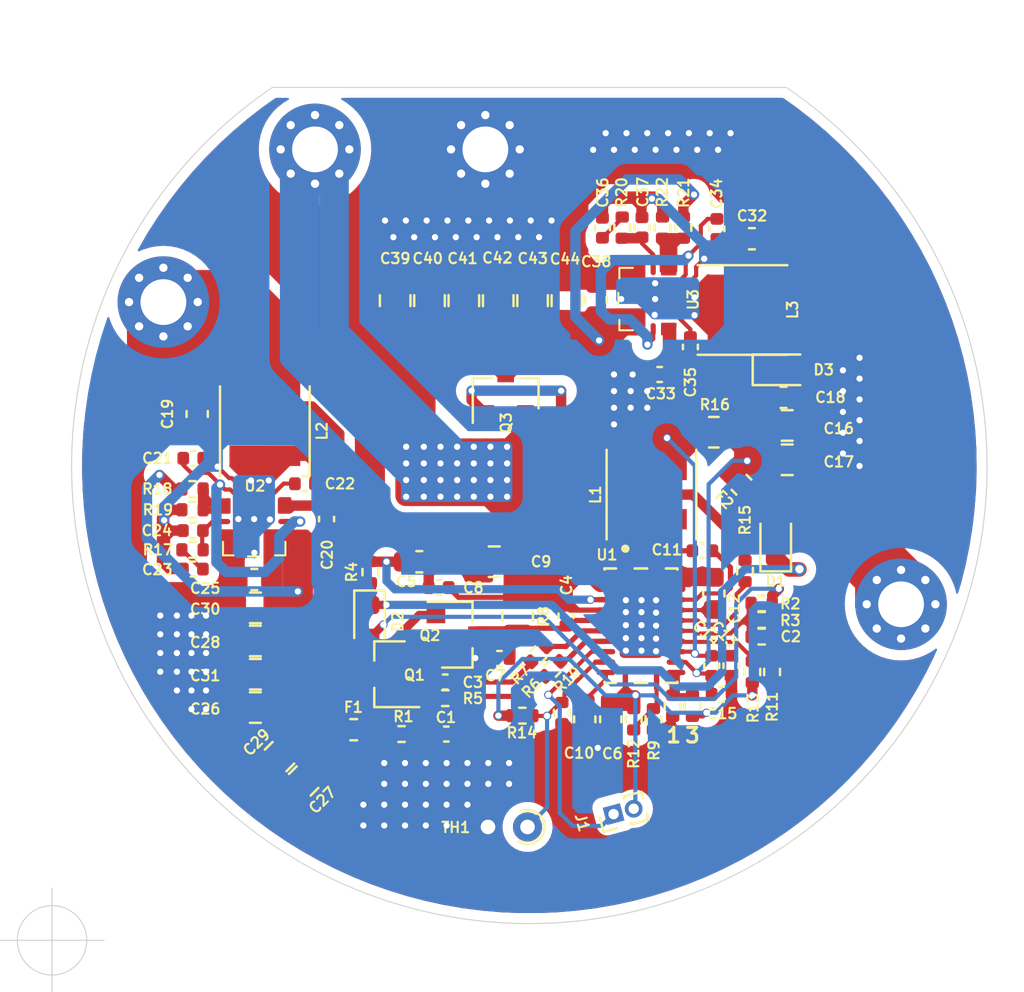
<source format=kicad_pcb>
(kicad_pcb (version 20211014) (generator pcbnew)
  (layers (0 "F.Cu" signal) (31 "B.Cu" signal) (34 "B.Paste" user) (35 "F.Paste" user) (36 "B.SilkS" user "B.Silkscreen") (37 "F.SilkS" user "F.Silkscreen") (38 "B.Mask" user) (39 "F.Mask" user) (44 "Edge.Cuts" user))
  (net 0 "")
  (net 1 "Net-(C1-Pad2)")
  (net 2 "Net-(C2-Pad2)")
  (net 3 "Net-(C3-Pad2)")
  (net 4 "Net-(C3-Pad1)")
  (net 5 "V_sys")
  (net 6 "Net-(C4-Pad1)")
  (net 7 "Net-(C5-Pad2)")
  (net 8 "BQ_Vref")
  (net 9 "GND")
  (net 10 "Net-(C10-Pad1)")
  (net 11 "Net-(C11-Pad2)")
  (net 12 "Net-(C11-Pad1)")
  (net 13 "Net-(C12-Pad1)")
  (net 14 "Net-(C13-Pad2)")
  (net 15 "Net-(D1-Pad1)")
  (net 16 "Net-(J1-Pad1)")
  (net 17 "Net-(Q3-Pad1)")
  (net 18 "Net-(R6-Pad1)")
  (net 19 "Net-(R7-Pad1)")
  (net 20 "Net-(R12-Pad1)")
  (net 21 "Net-(R10-Pad1)")
  (net 22 "Net-(R11-Pad2)")
  (net 23 "Net-(R15-Pad1)")
  (net 24 "Adapter")
  (net 25 "Net-(R_DN1-Pad2)")
  (net 26 "Charger")
  (net 27 "Net-(C21-Pad2)")
  (net 28 "Net-(C22-Pad2)")
  (net 29 "Net-(C22-Pad1)")
  (net 30 "Net-(C23-Pad2)")
  (net 31 "Net-(C24-Pad2)")
  (net 32 "Net-(R18-Pad1)")
  (net 33 "Net-(C34-Pad2)")
  (net 34 "Net-(C35-Pad2)")
  (net 35 "Net-(C35-Pad1)")
  (net 36 "Net-(C36-Pad2)")
  (net 37 "Net-(C37-Pad2)")
  (net 38 "Net-(R21-Pad1)")
  (net 39 "Net-(D2-Pad2)")
  (net 40 "V_PACK_OUT")
  (net 41 "V_PACK_BOOST")
  (net 42 "V_PACK")
  (footprint "Fuse:Fuse_0603_1608Metric" (layer "F.Cu") (at 141.736 101.176)
    (fp_text reference "F1")
    (fp_text value "3.5A")
  )
  (footprint "Capacitor_SMD:C_0402_1005Metric" (layer "F.Cu") (at 146.183524 101.384972 180)
    (fp_text reference "C1")
    (fp_text value "2.2uF")
  )
  (footprint "Resistor_SMD:R_0402_1005Metric" (layer "F.Cu") (at 161.336 96.701 180)
    (fp_text reference "C2")
    (fp_text value "330pF")
  )
  (footprint "Capacitor_SMD:C_0402_1005Metric" (layer "F.Cu") (at 146.133524 98.884973)
    (fp_text reference "C3")
    (fp_text value "47nF")
  )
  (footprint "Capacitor_SMD:C_0402_1005Metric" (layer "F.Cu") (at 151.936 95.701 90)
    (fp_text reference "C4")
    (fp_text value "0.1uF")
  )
  (footprint "Capacitor_SMD:C_0603_1608Metric" (layer "F.Cu") (at 144.886 93.101 180)
    (fp_text reference "C5")
    (fp_text value "1uF")
  )
  (footprint "Capacitor_SMD:C_0603_1608Metric" (layer "F.Cu") (at 154.086 100.676 -90)
    (fp_text reference "C6")
    (fp_text value "1uF")
  )
  (footprint "Capacitor_SMD:C_0402_1005Metric" (layer "F.Cu") (at 148.736 97.751)
    (fp_text reference "C7")
    (fp_text value "0.1uF")
  )
  (footprint "Capacitor_SMD:C_0402_1005Metric" (layer "F.Cu") (at 145.818538 94.344019)
    (fp_text reference "C8")
    (fp_text value "0.1uF")
  )
  (footprint "Capacitor_SMD:C_0805_2012Metric" (layer "F.Cu") (at 148.486 93.101)
    (fp_text reference "C9")
    (fp_text value "10uF")
  )
  (footprint "Capacitor_SMD:C_0603_1608Metric" (layer "F.Cu") (at 152.836 100.676 -90)
    (fp_text reference "C10")
    (fp_text value "0.1uF")
  )
  (footprint "Capacitor_SMD:C_0402_1005Metric" (layer "F.Cu") (at 158.486 92.576)
    (fp_text reference "C11")
    (fp_text value "0.047uF")
  )
  (footprint "Capacitor_SMD:C_0603_1608Metric" (layer "F.Cu") (at 159.036 94.626 90)
    (fp_text reference "C12")
    (fp_text value "1uF")
  )
  (footprint "Capacitor_SMD:C_0402_1005Metric" (layer "F.Cu") (at 159.861 98.101 90)
    (fp_text reference "C13")
    (fp_text value "0.1uF")
  )
  (footprint "Capacitor_SMD:C_0402_1005Metric" (layer "F.Cu") (at 158.936 98.101 90)
    (fp_text reference "C14")
    (fp_text value "0.1uF")
  )
  (footprint "Capacitor_SMD:C_0402_1005Metric" (layer "F.Cu") (at 159.411 99.476 180)
    (fp_text reference "C15")
    (fp_text value "0.1uF")
  )
  (footprint "Capacitor_SMD:C_0805_2012Metric" (layer "F.Cu") (at 162.561 86.551 180)
    (fp_text reference "C16")
    (fp_text value "10uF")
  )
  (footprint "Capacitor_SMD:C_0805_2012Metric" (layer "F.Cu") (at 162.561 88.201 180)
    (fp_text reference "C17")
    (fp_text value "10uF")
  )
  (footprint "Capacitor_SMD:C_0603_1608Metric" (layer "F.Cu") (at 162.386001 85.201 180)
    (fp_text reference "C18")
    (fp_text value "0.1uF")
  )
  (footprint "Diode_SMD:D_0603_1608Metric" (layer "F.Cu") (at 162.011 92.076 90)
    (fp_text reference "D1")
    (fp_text value "D")
  )
  (footprint "Diode_SMD:D_0603_1608Metric" (layer "F.Cu") (at 142.495136 95.970365 -90)
    (fp_text reference "D2")
    (fp_text value "D")
  )
  (footprint "Diode_SMD:D_0603_1608Metric" (layer "F.Cu") (at 162.39 83.875)
    (fp_text reference "D3")
    (fp_text value "D")
  )
  (footprint "Fuse:Fuse_0603_1608Metric" (layer "F.Cu") (at 160.365 89.4 -45)
    (fp_text reference "F2")
    (fp_text value "10A")
  )
  (footprint "Inductor_SMD:L_Coilcraft_XxL4020" (layer "F.Cu") (at 156.04 89.875 90)
    (fp_text reference "L1")
    (fp_text value "3.3uH CoilCraft 40xx")
  )
  (footprint "Package_TO_SOT_SMD:SOT-23" (layer "F.Cu") (at 143.483524 98.509973 180)
    (fp_text reference "Q1")
    (fp_text value "AO3416")
  )
  (footprint "Package_TO_SOT_SMD:SOT-23" (layer "F.Cu") (at 146.683525 96.609973)
    (fp_text reference "Q2")
    (fp_text value "AO3416")
  )
  (footprint "Package_TO_SOT_SMD:SOT-23" (layer "F.Cu") (at 149.036 85.026 90)
    (fp_text reference "Q3")
    (fp_text value "AO3415")
  )
  (footprint "Resistor_SMD:R_0402_1005Metric" (layer "F.Cu") (at 144.033525 101.384973 180)
    (fp_text reference "R1")
    (fp_text value "2R")
  )
  (footprint "Resistor_SMD:R_0402_1005Metric" (layer "F.Cu") (at 161.336 95.101)
    (fp_text reference "R2")
    (fp_text value "1M")
  )
  (footprint "Resistor_SMD:R_0402_1005Metric" (layer "F.Cu") (at 161.336 95.901 180)
    (fp_text reference "R3")
    (fp_text value "100K")
  )
  (footprint "Resistor_SMD:R_0402_1005Metric" (layer "F.Cu") (at 142.536 93.601 90)
    (fp_text reference "R4")
    (fp_text value "10R")
  )
  (footprint "Resistor_SMD:R_0402_1005Metric" (layer "F.Cu") (at 146.133524 99.659973)
    (fp_text reference "R5")
    (fp_text value "500K")
  )
  (footprint "Resistor_SMD:R_0402_1005Metric" (layer "F.Cu") (at 151.286 98.251 -135)
    (fp_text reference "R6")
    (fp_text value "4.02K")
  )
  (footprint "Resistor_SMD:R_0402_1005Metric" (layer "F.Cu") (at 150.611 97.551 -135)
    (fp_text reference "R7")
    (fp_text value "4.02K")
  )
  (footprint "Resistor_SMD:R_0805_2012Metric" (layer "F.Cu") (at 149.611 95.726 -90)
    (fp_text reference "R8")
    (fp_text value "0.01")
  )
  (footprint "Resistor_SMD:R_0402_1005Metric" (layer "F.Cu") (at 156.136 100.676 90)
    (fp_text reference "R9")
    (fp_text value "32.4K")
  )
  (footprint "Resistor_SMD:R_0402_1005Metric" (layer "F.Cu") (at 151.736 100.376 -90)
    (fp_text reference "R10")
    (fp_text value "30.1K")
  )
  (footprint "Resistor_SMD:R_0402_1005Metric" (layer "F.Cu") (at 161.836 98.401 90)
    (fp_text reference "R11")
    (fp_text value "22.1K")
  )
  (footprint "Resistor_SMD:R_0402_1005Metric" (layer "F.Cu") (at 155.186 100.676 90)
    (fp_text reference "R12")
    (fp_text value "232K")
  )
  (footprint "Resistor_SMD:R_0402_1005Metric" (layer "F.Cu") (at 160.886 98.401 90)
    (fp_text reference "R13")
    (fp_text value "100K")
  )
  (footprint "Resistor_SMD:R_0402_1005Metric" (layer "F.Cu") (at 149.836 100.501)
    (fp_text reference "R14")
    (fp_text value "5.23K")
  )
  (footprint "Resistor_SMD:R_0402_1005Metric" (layer "F.Cu") (at 160.536 93.551 90)
    (fp_text reference "R15")
    (fp_text value "1K")
  )
  (footprint "Resistor_SMD:R_0805_2012Metric" (layer "F.Cu") (at 159.036 86.876 180)
    (fp_text reference "R16")
    (fp_text value "0.01")
  )
  (footprint "Resistor_THT:R_Axial_DIN0204_L3.6mm_D1.6mm_P1.90mm_Vertical" (layer "F.Cu") (at 150.086 105.851 180)
    (fp_text reference "TH1")
    (fp_text value "MF52A 10K 3380")
  )
  (footprint "BQ24170RGYT:BQ24170RGYT" (layer "F.Cu") (at 155.536 96.176)
    (fp_text reference "U1")
    (fp_text value "BQ24170")
  )
  (footprint "MountingHole:MountingHole_2.2mm_M2_Pad_Via" (layer "F.Cu") (at 132.59 80.62)
    (fp_text reference "J4")
    (fp_text value "VIA_V_Adapter")
  )
  (footprint "MountingHole:MountingHole_2.2mm_M2_Pad_Via" (layer "F.Cu") (at 148.06 73.28)
    (fp_text reference "J3")
    (fp_text value "VIA_GND")
  )
  (footprint "Resistor_SMD:R_0402_1005Metric" (layer "F.Cu") (at 157.061 100.026 90)
    (fp_text reference "R_DN1" hide)
    (fp_text value "0")
  )
  (footprint "Resistor_SMD:R_0402_1005Metric" (layer "F.Cu") (at 158.011 100.026 90)
    (fp_text reference "R_UP1" hide)
    (fp_text value "0")
  )
  (footprint "Connector_PinHeader_1.00mm:PinHeader_1x02_P1.00mm_Vertical" (layer "F.Cu") (at 154.220074 105.234819 105)
    (fp_text reference "J1")
    (fp_text value "Btn_LED")
  )
  (footprint "Capacitor_SMD:C_0603_1608Metric" (layer "F.Cu") (at 134.215 86 90)
    (fp_text reference "C19")
    (fp_text value "10uF")
  )
  (footprint "Capacitor_SMD:C_0402_1005Metric" (layer "F.Cu") (at 140.43 91.05 90)
    (fp_text reference "C20")
    (fp_text value "0.1uF")
  )
  (footprint "Capacitor_SMD:C_0402_1005Metric" (layer "F.Cu") (at 134.025 88.13 180)
    (fp_text reference "C21")
    (fp_text value "2.2uF")
  )
  (footprint "Capacitor_SMD:C_0402_1005Metric" (layer "F.Cu") (at 139.39 89.355)
    (fp_text reference "C22")
    (fp_text value "0.1uF")
  )
  (footprint "Capacitor_SMD:C_0402_1005Metric" (layer "F.Cu") (at 134.01 93.455)
    (fp_text reference "C23")
    (fp_text value "39nF")
  )
  (footprint "Capacitor_SMD:C_0402_1005Metric" (layer "F.Cu") (at 134.01 91.605001)
    (fp_text reference "C24")
    (fp_text value "100pF")
  )
  (footprint "Capacitor_SMD:C_0603_1608Metric" (layer "F.Cu") (at 136.96 93.96)
    (fp_text reference "C25")
    (fp_text value "10uF")
  )
  (footprint "Inductor_SMD:L_Coilcraft_XxL4020" (layer "F.Cu") (at 137.465 86.825 -90)
    (fp_text reference "L2")
    (fp_text value "1.8uH CoilCraft 40xx")
  )
  (footprint "Resistor_SMD:R_0402_1005Metric" (layer "F.Cu") (at 133.99 92.53)
    (fp_text reference "R17")
    (fp_text value "47.5k")
  )
  (footprint "Resistor_SMD:R_0402_1005Metric" (layer "F.Cu") (at 133.99 89.605 180)
    (fp_text reference "R18")
    (fp_text value "1M")
  )
  (footprint "Resistor_SMD:R_0402_1005Metric" (layer "F.Cu") (at 133.99 90.605)
    (fp_text reference "R19")
    (fp_text value "48.7K")
  )
  (footprint "TPS61288:TPS61288" (layer "F.Cu") (at 136.955 91.545001)
    (fp_text reference "U2")
    (fp_text value "TPS61288")
  )
  (footprint "Capacitor_SMD:C_0603_1608Metric" (layer "F.Cu") (at 160.865 77.575)
    (fp_text reference "C32")
    (fp_text value "10uF")
  )
  (footprint "Capacitor_SMD:C_0402_1005Metric" (layer "F.Cu") (at 156.436 84.101)
    (fp_text reference "C33")
    (fp_text value "0.1uF")
  )
  (footprint "Capacitor_SMD:C_0402_1005Metric" (layer "F.Cu") (at 159.186 77.101 90)
    (fp_text reference "C34")
    (fp_text value "2.2uF")
  )
  (footprint "Capacitor_SMD:C_0402_1005Metric" (layer "F.Cu") (at 157.911 82.776 -90)
    (fp_text reference "C35")
    (fp_text value "0.1uF")
  )
  (footprint "Capacitor_SMD:C_0402_1005Metric" (layer "F.Cu") (at 153.686 77.051 -90)
    (fp_text reference "C36")
    (fp_text value "39nF")
  )
  (footprint "Capacitor_SMD:C_0402_1005Metric" (layer "F.Cu") (at 155.586 77.026 -90)
    (fp_text reference "C37")
    (fp_text value "100pF")
  )
  (footprint "Capacitor_SMD:C_0603_1608Metric" (layer "F.Cu") (at 153.378616 80.501 -90)
    (fp_text reference "C38")
    (fp_text value "10uF")
  )
  (footprint "Capacitor_SMD:C_0805_2012Metric" (layer "F.Cu") (at 143.726616 80.550999 -90)
    (fp_text reference "C39")
    (fp_text value "22uF")
  )
  (footprint "Capacitor_SMD:C_0805_2012Metric" (layer "F.Cu") (at 145.376615 80.550999 -90)
    (fp_text reference "C40")
    (fp_text value "22uF")
  )
  (footprint "Capacitor_SMD:C_0805_2012Metric" (layer "F.Cu") (at 147.026615 80.550999 -90)
    (fp_text reference "C41")
    (fp_text value "22uF")
  )
  (footprint "Capacitor_SMD:C_0805_2012Metric" (layer "F.Cu") (at 148.678615 80.550999 -90)
    (fp_text reference "C42")
    (fp_text value "22uF")
  )
  (footprint "Capacitor_SMD:C_0805_2012Metric" (layer "F.Cu") (at 150.328614 80.550999 -90)
    (fp_text reference "C43")
    (fp_text value "22uF")
  )
  (footprint "Capacitor_SMD:C_0805_2012Metric" (layer "F.Cu") (at 151.978616 80.550999 -90)
    (fp_text reference "C44")
    (fp_text value "22uF")
  )
  (footprint "Inductor_SMD:L_Coilcraft_XxL4020" (layer "F.Cu") (at 160.415 81 180)
    (fp_text reference "L3")
    (fp_text value "1.8uH CoilCraft 40xx")
  )
  (footprint "Resistor_SMD:R_0402_1005Metric" (layer "F.Cu") (at 154.636 77.041 -90)
    (fp_text reference "R20")
    (fp_text value "47.5k")
  )
  (footprint "Resistor_SMD:R_0402_1005Metric" (layer "F.Cu") (at 157.573615 77.041 90)
    (fp_text reference "R21")
    (fp_text value "1M")
  )
  (footprint "Resistor_SMD:R_0402_1005Metric" (layer "F.Cu") (at 156.573616 77.041 -90)
    (fp_text reference "R22")
    (fp_text value "48.7K")
  )
  (footprint "TPS61288:TPS61288" (layer "F.Cu") (at 155.748615 80.476001 -90)
    (fp_text reference "U3")
    (fp_text value "TPS61288")
  )
  (footprint "Capacitor_SMD:C_0805_2012Metric" (layer "F.Cu") (at 137.01 100.11)
    (fp_text reference "C26")
    (fp_text value "22uF")
  )
  (footprint "Capacitor_SMD:C_0805_2012Metric" (layer "F.Cu") (at 139.33 103.64 45)
    (fp_text reference "C27")
    (fp_text value "22uF")
  )
  (footprint "Capacitor_SMD:C_0805_2012Metric" (layer "F.Cu") (at 137.01 96.91)
    (fp_text reference "C28")
    (fp_text value "22uF")
  )
  (footprint "Capacitor_SMD:C_0805_2012Metric" (layer "F.Cu") (at 138.17 102.47 45)
    (fp_text reference "C29")
    (fp_text value "22uF")
  )
  (footprint "Capacitor_SMD:C_0805_2012Metric" (layer "F.Cu") (at 137.01 95.32)
    (fp_text reference "C30")
    (fp_text value "22uF")
  )
  (footprint "Capacitor_SMD:C_0805_2012Metric" (layer "F.Cu") (at 137.01 98.51)
    (fp_text reference "C31")
    (fp_text value "22uF")
  )
  (footprint "MountingHole:MountingHole_2.2mm_M2_Pad_Via" (layer "F.Cu") (at 168.033274 95.146726)
    (fp_text reference "J2")
    (fp_text value "VIA_V_PACK")
  )
  (footprint "MountingHole:MountingHole_2.2mm_M2_Pad_Via" (layer "F.Cu") (at 139.875 73.28)
    (fp_text reference "J5")
    (fp_text value "VIA_V_SYS")
  )
  (gr_line (start 137.827001 70.303001) (end 162.52 70.303001) (layer "Edge.Cuts") (width 0.05))
  (gr_arc (start 162.52 70.303001) (mid 150.1735 110.49523) (end 137.827001 70.303001) (layer "Edge.Cuts") (width 0.05))
  (gr_text "3" (at 158.011 101.451) (layer "F.SilkS") (effects (font (size 0.7 0.7))))
  (gr_text "1" (at 157.111 101.451) (layer "F.SilkS") (effects (font (size 0.7 0.7))))
  (target plus (at 127.24 111.3) (size 5) (width 0.05) (layer "Edge.Cuts"))
  (segment (start 145.703523 101.384973) (end 145.703524 101.384972) (width 0.8) (layer "F.Cu") (net 1))
  (segment (start 144.543525 101.384973) (end 145.703523 101.384973) (width 0.8) (layer "F.Cu") (net 1))
  (segment (start 160.711 95.126) (end 160.711 96.676) (width 0.2) (layer "F.Cu") (net 2))
  (segment (start 160.936 95.126) (end 160.936 96.676) (width 0.2) (layer "F.Cu") (net 2))
  (segment (start 160.661 95.726) (end 160.386 96.001) (width 0.2) (layer "F.Cu") (net 2))
  (segment (start 160.486 95.951) (end 160.761 96.226) (width 0.2) (layer "F.Cu") (net 2))
  (segment (start 158.111 96.426) (end 158.236 96.551) (width 0.2) (layer "F.Cu") (net 2))
  (segment (start 160.486 95.901) (end 160.926 95.901) (width 0.2) (layer "F.Cu") (net 2))
  (segment (start 160.826 95.126) (end 160.826 96.676) (width 0.2) (layer "F.Cu") (net 2))
  (segment (start 159.836 96.551) (end 160.361 96.026) (width 0.2) (layer "F.Cu") (net 2))
  (segment (start 160.361 96.026) (end 160.801 96.026) (width 0.2) (layer "F.Cu") (net 2))
  (segment (start 158.236 96.551) (end 159.836 96.551) (width 0.2) (layer "F.Cu") (net 2))
  (segment (start 157.221 96.426) (end 158.111 96.426) (width 0.2) (layer "F.Cu") (net 2))
  (segment (start 144.483525 97.809973) (end 145.683524 97.809973) (width 0.25) (layer "F.Cu") (net 3))
  (segment (start 144.458525 97.309973) (end 145.658525 97.309973) (width 0.25) (layer "F.Cu") (net 3))
  (segment (start 144.483525 97.559972) (end 145.683524 97.559972) (width 0.25) (layer "F.Cu") (net 3))
  (segment (start 149.836 98.401) (end 150.225376 98.011624) (width 0.25) (layer "F.Cu") (net 3))
  (segment (start 146.008524 97.559973) (end 145.683524 97.559972) (width 0.25) (layer "F.Cu") (net 3))
  (segment (start 146.613524 98.884973) (end 146.613524 98.164973) (width 0.25) (layer "F.Cu") (net 3))
  (segment (start 146.643524 99.659973) (end 146.643524 98.914973) (width 0.4) (layer "F.Cu") (net 3))
  (segment (start 146.643524 98.914973) (end 146.613524 98.884973) (width 0.25) (layer "F.Cu") (net 3))
  (segment (start 149.352027 98.884973) (end 149.836 98.401) (width 0.25) (layer "F.Cu") (net 3))
  (segment (start 146.613524 98.164973) (end 146.008524 97.559973) (width 0.25) (layer "F.Cu") (net 3))
  (segment (start 146.613524 98.884973) (end 149.352027 98.884973) (width 0.25) (layer "F.Cu") (net 3))
  (segment (start 144.483525 99.459972) (end 143.458524 98.434972) (width 0.4) (layer "F.Cu") (net 4))
  (segment (start 145.653524 99.629973) (end 145.623524 99.659973) (width 0.25) (layer "F.Cu") (net 4))
  (segment (start 147.9235 99.576) (end 149.761 99.576) (width 0.25) (layer "F.Cu") (net 4))
  (segment (start 145.653525 98.884973) (end 145.653524 99.629973) (width 0.4) (layer "F.Cu") (net 4))
  (segment (start 150.800376 98.536624) (end 150.850376 98.536624) (width 0.25) (layer "F.Cu") (net 4))
  (segment (start 145.623524 99.659973) (end 144.683525 99.659973) (width 0.4) (layer "F.Cu") (net 4))
  (segment (start 147.074362 100.425138) (end 147.9235 99.576) (width 0.25) (layer "F.Cu") (net 4))
  (segment (start 144.683525 99.659973) (end 144.483525 99.459972) (width 0.4) (layer "F.Cu") (net 4))
  (segment (start 145.623525 99.659973) (end 145.623525 99.913525) (width 0.25) (layer "F.Cu") (net 4))
  (segment (start 149.761 99.576) (end 150.800376 98.536624) (width 0.25) (layer "F.Cu") (net 4))
  (segment (start 143.458524 97.084973) (end 144.883524 95.659973) (width 0.4) (layer "F.Cu") (net 4))
  (segment (start 143.458524 98.434972) (end 143.458524 97.084973) (width 0.4) (layer "F.Cu") (net 4))
  (segment (start 144.883524 95.659973) (end 145.683525 95.659973) (width 0.4) (layer "F.Cu") (net 4))
  (segment (start 150.850376 98.536624) (end 150.850376 98.611624) (width 0.25) (layer "F.Cu") (net 4))
  (segment (start 145.623525 99.913525) (end 146.135138 100.425138) (width 0.25) (layer "F.Cu") (net 4))
  (segment (start 146.135138 100.425138) (end 147.074362 100.425138) (width 0.25) (layer "F.Cu") (net 4))
  (segment (start 150.850376 98.611624) (end 150.925376 98.686624) (width 0.25) (layer "F.Cu") (net 4))
  (segment (start 154.036 93.926) (end 154.036 94.426) (width 0.25) (layer "F.Cu") (net 5))
  (segment (start 154.161 93.926) (end 154.161 94.426) (width 0.25) (layer "F.Cu") (net 5))
  (segment (start 150.623501 92.101) (end 151.336 92.101) (width 0.8) (layer "F.Cu") (net 5))
  (segment (start 150.8 91.38) (end 152.175 92.755) (width 0.8) (layer "F.Cu") (net 5))
  (segment (start 149.511 92.9635) (end 149.511 94.676) (width 0.8) (layer "F.Cu") (net 5))
  (segment (start 149.411 94.051) (end 150.786 92.676) (width 0.8) (layer "F.Cu") (net 5))
  (segment (start 150.461 93.776) (end 153.161 93.776) (width 0.8) (layer "F.Cu") (net 5))
  (segment (start 150.211 93.1635) (end 150.211 94.876) (width 0.8) (layer "F.Cu") (net 5))
  (segment (start 150.611 93.1635) (end 150.611 94.876) (width 0.8) (layer "F.Cu") (net 5))
  (segment (start 151.186 93.1885) (end 151.186 94.901) (width 0.8) (layer "F.Cu") (net 5))
  (segment (start 151.861 93.376) (end 151.861 95.0885) (width 0.8) (layer "F.Cu") (net 5))
  (segment (start 152.536 94.051) (end 152.066519 94.520481) (width 0.25) (layer "F.Cu") (net 5))
  (segment (start 152.036 94.951) (end 152.505481 95.420481) (width 0.25) (layer "F.Cu") (net 5))
  (segment (start 150.69692 91.69008) (end 149.486 92.901) (width 0.8) (layer "F.Cu") (net 5))
  (segment (start 144.254 87.676) (end 144.236 87.676) (width 1) (layer "F.Cu") (net 5))
  (segment (start 144.904 87.676) (end 144.254 87.676) (width 1) (layer "F.Cu") (net 5))
  (segment (start 145.704 87.676) (end 144.904 87.676) (width 1) (layer "F.Cu") (net 5))
  (segment (start 146.504 87.676) (end 145.704 87.676) (width 1) (layer "F.Cu") (net 5))
  (segment (start 147.304 87.676) (end 146.504 87.676) (width 1) (layer "F.Cu") (net 5))
  (segment (start 148.104 87.676) (end 147.304 87.676) (width 1) (layer "F.Cu") (net 5))
  (segment (start 148.904 87.676) (end 148.104 87.676) (width 1) (layer "F.Cu") (net 5))
  (segment (start 144.236 88.344) (end 144.236 89.906) (width 1) (layer "F.Cu") (net 5))
  (segment (start 149.6 87.676) (end 148.8 87.676) (width 1) (layer "F.Cu") (net 5))
  (segment (start 150 90.58) (end 151.375 91.955) (width 0.8) (layer "F.Cu") (net 5))
  (segment (start 149.9 86.98) (end 149.334315 87.545685) (width 1) (layer "F.Cu") (net 5))
  (segment (start 149.426 90.416) (end 149.426 92.646) (width 1) (layer "F.Cu") (net 5))
  (segment (start 148.146 89.996) (end 149.35692 91.20692) (width 0.8) (layer "F.Cu") (net 5))
  (segment (start 153.851 93.926) (end 153.851 94.426) (width 0.25) (layer "F.Cu") (net 5))
  (segment (start 153.851 95.426) (end 152.141 95.426) (width 0.25) (layer "F.Cu") (net 5))
  (segment (start 149.4235 95.126) (end 149.111 94.8135) (width 0.25) (layer "F.Cu") (net 5))
  (segment (start 149.986 92.9) (end 149.986 86.525) (width 1) (layer "F.Cu") (net 5))
  (segment (start 149.6185 95.221) (end 149.211 94.8135) (width 0.2) (layer "F.Cu") (net 5))
  (segment (start 149.986 88.494) (end 149.968 88.476) (width 1) (layer "F.Cu") (net 5))
  (segment (start 149.336 93.076) (end 149.336 94.7885) (width 0.8) (layer "F.Cu") (net 5))
  (segment (start 151.861 95.201) (end 150.461 95.201) (width 0.25) (layer "F.Cu") (net 5))
  (segment (start 149.966 89.286) (end 144.266 89.286) (width 1) (layer "F.Cu") (net 5))
  (segment (start 149.968 88.476) (end 144.266 88.476) (width 1) (layer "F.Cu") (net 5))
  (segment (start 146.768019 94.8135) (end 146.298538 94.344019) (width 0.25) (layer "F.Cu") (net 5))
  (segment (start 149.986 89.266) (end 149.966 89.286) (width 1) (layer "F.Cu") (net 5))
  (segment (start 152.141 95.426) (end 151.936 95.221) (width 0.25) (layer "F.Cu") (net 5))
  (segment (start 149.511 92.801) (end 152.211 92.801) (width 0.8) (layer "F.Cu") (net 5))
  (segment (start 144.236 87.676) (end 144.236 88.344) (width 1) (layer "F.Cu") (net 5))
  (segment (start 149.211 94.8135) (end 146.768019 94.8135) (width 0.25) (layer "F.Cu") (net 5))
  (segment (start 150.536 95.221) (end 149.6185 95.221) (width 0.2) (layer "F.Cu") (net 5))
  (segment (start 152.211 92.776) (end 153.586 94.151) (width 0.8) (layer "F.Cu") (net 5))
  (segment (start 149.986 89.966) (end 149.946 89.926) (width 1) (layer "F.Cu") (net 5))
  (segment (start 149.946 89.926) (end 144.236 89.926) (width 1) (layer "F.Cu") (net 5))
  (via (at 149.104 88.376) (size 0.4) (drill 0.3) (layers "F.Cu" "B.Cu") (net 5))
  (via (at 145.904 88.376) (size 0.4) (drill 0.3) (layers "F.Cu" "B.Cu") (net 5))
  (via (at 145.104 88.376) (size 0.4) (drill 0.3) (layers "F.Cu" "B.Cu") (net 5))
  (via (at 146.704 88.376) (size 0.4) (drill 0.3) (layers "F.Cu" "B.Cu") (net 5))
  (via (at 147.504 88.376) (size 0.4) (drill 0.3) (layers "F.Cu" "B.Cu") (net 5))
  (via (at 148.304 88.376) (size 0.4) (drill 0.3) (layers "F.Cu" "B.Cu") (net 5))
  (via (at 144.254 88.376) (size 0.4) (drill 0.3) (layers "F.Cu" "B.Cu") (net 5))
  (via (at 149.104 89.176) (size 0.4) (drill 0.3) (layers "F.Cu" "B.Cu") (net 5))
  (via (at 145.904 89.176) (size 0.4) (drill 0.3) (layers "F.Cu" "B.Cu") (net 5))
  (via (at 147.504 89.176) (size 0.4) (drill 0.3) (layers "F.Cu" "B.Cu") (net 5))
  (via (at 145.104 89.176) (size 0.4) (drill 0.3) (layers "F.Cu" "B.Cu") (net 5))
  (via (at 148.304 89.176) (size 0.4) (drill 0.3) (layers "F.Cu" "B.Cu") (net 5))
  (via (at 144.254 89.176) (size 0.4) (drill 0.3) (layers "F.Cu" "B.Cu") (net 5))
  (via (at 146.704 89.176) (size 0.4) (drill 0.3) (layers "F.Cu" "B.Cu") (net 5))
  (via (at 147.504 89.976) (size 0.4) (drill 0.3) (layers "F.Cu" "B.Cu") (net 5))
  (via (at 144.254 89.976) (size 0.4) (drill 0.3) (layers "F.Cu" "B.Cu") (net 5))
  (via (at 145.904 89.976) (size 0.4) (drill 0.3) (layers "F.Cu" "B.Cu") (net 5))
  (via (at 149.104 89.976) (size 0.4) (drill 0.3) (layers "F.Cu" "B.Cu") (net 5))
  (via (at 148.304 89.976) (size 0.4) (drill 0.3) (layers "F.Cu" "B.Cu") (net 5))
  (via (at 145.104 89.976) (size 0.4) (drill 0.3) (layers "F.Cu" "B.Cu") (net 5))
  (via (at 146.704 89.976) (size 0.4) (drill 0.3) (layers "F.Cu" "B.Cu") (net 5))
  (via (at 145.104 87.576) (size 0.4) (drill 0.3) (layers "F.Cu" "B.Cu") (net 5))
  (via (at 144.254 87.576) (size 0.4) (drill 0.3) (layers "F.Cu" "B.Cu") (net 5))
  (via (at 147.504 87.576) (size 0.4) (drill 0.3) (layers "F.Cu" "B.Cu") (net 5))
  (via (at 149.104 87.576) (size 0.4) (drill 0.3) (layers "F.Cu" "B.Cu") (net 5))
  (via (at 145.904 87.576) (size 0.4) (drill 0.3) (layers "F.Cu" "B.Cu") (net 5))
  (via (at 148.304 87.576) (size 0.4) (drill 0.3) (layers "F.Cu" "B.Cu") (net 5))
  (via (at 146.704 87.576) (size 0.4) (drill 0.3) (layers "F.Cu" "B.Cu") (net 5))
  (segment (start 149.1 87.98) (end 144.25 87.98) (width 0.5) (layer "B.Cu") (net 5))
  (segment (start 149.1 88.78) (end 144.25 88.78) (width 0.5) (layer "B.Cu") (net 5))
  (segment (start 149.1 89.58) (end 144.25 89.58) (width 0.5) (layer "B.Cu") (net 5))
  (segment (start 139.896 83.076) (end 145.3 88.48) (width 0.8) (layer "B.Cu") (net 5))
  (segment (start 140.5 72.98) (end 140.5 84.322) (width 0.8) (layer "B.Cu") (net 5))
  (segment (start 139.1 72.18) (end 139.1 83.522) (width 0.8) (layer "B.Cu") (net 5))
  (segment (start 138.588 72.008) (end 138.588 83.35) (width 0.8) (layer "B.Cu") (net 5))
  (segment (start 138.6 83.38) (end 143.154 87.934) (width 0.8) (layer "B.Cu") (net 5))
  (segment (start 140.2 84.98) (end 144.754 89.534) (width 0.8) (layer "B.Cu") (net 5))
  (segment (start 140.596 82.176) (end 146 87.58) (width 0.8) (layer "B.Cu") (net 5))
  (segment (start 141.196 82.076) (end 146.6 87.48) (width 0.8) (layer "B.Cu") (net 5))
  (segment (start 149.104 88.376) (end 144.254 88.376) (width 0.5) (layer "B.Cu") (net 5))
  (segment (start 139.7 72.38) (end 139.7 83.722) (width 0.8) (layer "B.Cu") (net 5))
  (segment (start 139.7 82.172) (end 145.104 87.576) (width 0.8) (layer "B.Cu") (net 5))
  (segment (start 144.254 89.976) (end 149.104 89.976) (width 0.5) (layer "B.Cu") (net 5))
  (segment (start 144.254 89.176) (end 149.104 89.176) (width 0.5) (layer "B.Cu") (net 5))
  (segment (start 144.254 87.576) (end 149.104 87.576) (width 0.5) (layer "B.Cu") (net 5))
  (segment (start 149.104 89.976) (end 149.104 87.576) (width 0.5) (layer "B.Cu") (net 5))
  (segment (start 141.1 73.688) (end 141.1 83.38) (width 0.8) (layer "B.Cu") (net 5))
  (segment (start 139.7 83.822) (end 144.254 88.376) (width 0.8) (layer "B.Cu") (net 5))
  (segment (start 144.254 87.576) (end 144.254 89.976) (width 0.5) (layer "B.Cu") (net 5))
  (segment (start 149.036 96.6435) (end 149.036 97.776) (width 0.25) (layer "F.Cu") (net 6))
  (segment (start 149.386 96.6185) (end 149.386 97.751) (width 0.25) (layer "F.Cu") (net 6))
  (segment (start 149.366 97.656) (end 148.636 96.926) (width 0.25) (layer "F.Cu") (net 6))
  (segment (start 149.209948 96.601) (end 147.711 96.601) (width 0.8) (layer "F.Cu") (net 6))
  (segment (start 149.1985 96.651) (end 149.211 96.6385) (width 0.25) (layer "F.Cu") (net 6))
  (segment (start 149.216 97.751) (end 149.216 97.706) (width 0.25) (layer "F.Cu") (net 6))
  (segment (start 149.211 97.771) (end 149.211 97.676) (width 0.25) (layer "F.Cu") (net 6))
  (segment (start 152.191 95.926) (end 151.816 96.301) (width 0.25) (layer "F.Cu") (net 6))
  (segment (start 149.216 97.706) (end 148.486 96.976) (width 0.25) (layer "F.Cu") (net 6))
  (segment (start 153.851 95.926) (end 152.191 95.926) (width 0.25) (layer "F.Cu") (net 6))
  (segment (start 149.4485 96.301) (end 149.111 96.6385) (width 0.25) (layer "F.Cu") (net 6))
  (segment (start 149.211 96.6385) (end 149.211 97.771) (width 0.25) (layer "F.Cu") (net 6))
  (segment (start 151.816 96.301) (end 149.4485 96.301) (width 0.25) (layer "F.Cu") (net 6))
  (segment (start 148.486 96.976) (end 149.236 96.976) (width 0.25) (layer "F.Cu") (net 6))
  (segment (start 149.202484 96.647016) (end 149.211 96.6385) (width 0.25) (layer "F.Cu") (net 6))
  (segment (start 142.561 93.101) (end 144.060949 93.101) (width 0.5) (layer "F.Cu") (net 7))
  (segment (start 153.111056 94.926) (end 153.111028 94.926028) (width 0.25) (layer "F.Cu") (net 7))
  (segment (start 153.851 94.926) (end 153.111056 94.926) (width 0.25) (layer "F.Cu") (net 7))
  (via (at 153.111028 94.926028) (size 0.4) (drill 0.3) (layers "F.Cu" "B.Cu") (net 7))
  (via (at 143.311 93.101) (size 0.4) (drill 0.3) (layers "F.Cu" "B.Cu") (net 7))
  (segment (start 151.586 94.426) (end 152.086028 94.926028) (width 0.4) (layer "B.Cu") (net 7))
  (segment (start 143.311 94.026) (end 143.711 94.426) (width 0.4) (layer "B.Cu") (net 7))
  (segment (start 143.311 93.101) (end 143.311 94.026) (width 0.4) (layer "B.Cu") (net 7))
  (segment (start 152.086028 94.926028) (end 153.111028 94.926028) (width 0.4) (layer "B.Cu") (net 7))
  (segment (start 143.711 94.426) (end 151.586 94.426) (width 0.4) (layer "B.Cu") (net 7))
  (segment (start 154.786 99.276) (end 154.786 99.326) (width 0.2) (layer "F.Cu") (net 8))
  (segment (start 154.722845 99.612845) (end 155.186 100.076) (width 0.2) (layer "F.Cu") (net 8))
  (segment (start 154.306 99.826) (end 154.961 99.826) (width 0.2) (layer "F.Cu") (net 8))
  (segment (start 154.481 99.951) (end 155.136 99.951) (width 0.2) (layer "F.Cu") (net 8))
  (segment (start 154.606 100.051) (end 155.261 100.051) (width 0.2) (layer "F.Cu") (net 8))
  (segment (start 154.506 100.176) (end 155.161 100.176) (width 0.2) (layer "F.Cu") (net 8))
  (segment (start 154.631 99.651) (end 155.286 99.651) (width 0.2) (layer "F.Cu") (net 8))
  (segment (start 154.681 99.476) (end 155.336 99.476) (width 0.2) (layer "F.Cu") (net 8))
  (segment (start 154.591 99.376) (end 155.246 99.376) (width 0.2) (layer "F.Cu") (net 8))
  (segment (start 154.811 99.431) (end 154.811 98.776) (width 0.2) (layer "F.Cu") (net 8))
  (segment (start 154.761 99.176) (end 154.311 99.626) (width 0.2) (layer "F.Cu") (net 8))
  (segment (start 154.836 99.151) (end 155.286 99.601) (width 0.2) (layer "F.Cu") (net 8))
  (segment (start 155.261 99.526) (end 155.261 100.116) (width 0.5) (layer "F.Cu") (net 8))
  (segment (start 158.686 100.36) (end 158.51 100.536) (width 0.2) (layer "F.Cu") (net 8))
  (segment (start 154.786 98.861) (end 154.786 99.276) (width 0.2) (layer "F.Cu") (net 8))
  (segment (start 154.786 98.861) (end 154.786 99.516) (width 0.2) (layer "F.Cu") (net 8))
  (segment (start 155.211 104.951) (end 155.186 104.976) (width 0.2) (layer "F.Cu") (net 8))
  (segment (start 154.786 99.326) (end 154.336 99.776) (width 0.2) (layer "F.Cu") (net 8))
  (segment (start 154.786 99.516) (end 155.386 100.116) (width 0.2) (layer "F.Cu") (net 8))
  (segment (start 154.336 99.776) (end 154.376 99.776) (width 0.2) (layer "F.Cu") (net 8))
  (segment (start 149.301 100.501) (end 148.686 100.501) (width 0.5) (layer "F.Cu") (net 8))
  (segment (start 158.51 100.536) (end 158.011 100.536) (width 0.2) (layer "F.Cu") (net 8))
  (segment (start 160.886 98.911) (end 160.886 99.526) (width 0.5) (layer "F.Cu") (net 8))
  (via (at 158.686 100.36) (size 0.4) (drill 0.3) (layers "F.Cu" "B.Cu") (net 8))
  (via (at 155.276 99.516) (size 0.4) (drill 0.3) (layers "F.Cu" "B.Cu") (net 8))
  (via (at 160.886 99.526) (size 0.4) (drill 0.3) (layers "F.Cu" "B.Cu") (net 8))
  (via (at 148.686 100.501) (size 0.4) (drill 0.3) (layers "F.Cu" "B.Cu") (net 8))
  (segment (start 159.961 99.526) (end 160.886 99.526) (width 0.2) (layer "B.Cu") (net 8))
  (segment (start 159.127 100.36) (end 159.961 99.526) (width 0.2) (layer "B.Cu") (net 8))
  (segment (start 152.086 97.776) (end 153.836 99.526) (width 0.2) (layer "B.Cu") (net 8))
  (segment (start 158.686 100.36) (end 159.127 100.36) (width 0.2) (layer "B.Cu") (net 8))
  (segment (start 149.836 97.776) (end 152.086 97.776) (width 0.2) (layer "B.Cu") (net 8))
  (segment (start 148.686 98.926) (end 149.836 97.776) (width 0.2) (layer "B.Cu") (net 8))
  (segment (start 155.386 99.526) (end 155.266 99.646) (width 0.2) (layer "B.Cu") (net 8))
  (segment (start 148.686 100.501) (end 148.686 98.926) (width 0.2) (layer "B.Cu") (net 8))
  (segment (start 158.686 100.36) (end 156.97 100.36) (width 0.2) (layer "B.Cu") (net 8))
  (segment (start 156.136 99.526) (end 155.386 99.526) (width 0.2) (layer "B.Cu") (net 8))
  (segment (start 156.97 100.36) (end 156.136 99.526) (width 0.2) (layer "B.Cu") (net 8))
  (segment (start 155.266 104.896) (end 155.186 104.976) (width 0.2) (layer "B.Cu") (net 8))
  (segment (start 155.266 99.646) (end 155.266 104.896) (width 0.2) (layer "B.Cu") (net 8))
  (segment (start 153.836 99.526) (end 155.386 99.526) (width 0.2) (layer "B.Cu") (net 8))
  (segment (start 156.986 93.926) (end 156.986 94.426) (width 0.25) (layer "F.Cu") (net 9))
  (segment (start 156.911 93.926) (end 156.911 94.426) (width 0.25) (layer "F.Cu") (net 9))
  (segment (start 157.436 93.926) (end 157.436 94.426) (width 0.25) (layer "F.Cu") (net 9))
  (segment (start 157.536 93.926) (end 157.536 94.426) (width 0.25) (layer "F.Cu") (net 9))
  (segment (start 157.011 93.976) (end 155.991002 94.995998) (width 0.25) (layer "F.Cu") (net 9))
  (segment (start 157.036 94.151) (end 156.236 94.951) (width 0.25) (layer "F.Cu") (net 9))
  (segment (start 158.726 94.026) (end 158.111 94.026) (width 0.25) (layer "F.Cu") (net 9))
  (segment (start 158.801 94.151) (end 157.261 94.151) (width 0.25) (layer "F.Cu") (net 9))
  (segment (start 157.6735 94.1635) (end 157.5985 94.2385) (width 0.25) (layer "F.Cu") (net 9))
  (segment (start 158.111 94.026) (end 157.186 94.026) (width 0.25) (layer "F.Cu") (net 9))
  (segment (start 156.236 94.951) (end 156.016002 95.170998) (width 0.25) (layer "F.Cu") (net 9))
  (segment (start 156.880998 93.931002) (end 155.861 94.951) (width 0.25) (layer "F.Cu") (net 9))
  (segment (start 158.636 93.801) (end 158.561 93.876) (width 0.25) (layer "F.Cu") (net 9))
  (segment (start 156.436 94.719629) (end 156.436 95.851) (width 0.25) (layer "F.Cu") (net 9))
  (segment (start 132.55 92.03) (end 132.95 91.63) (width 0.5) (layer "F.Cu") (net 9))
  (segment (start 132.925 91.63) (end 132.525 91.23) (width 0.5) (layer "F.Cu") (net 9))
  (segment (start 132.625 90.955) (end 132.625 91.105) (width 0.5) (layer "F.Cu") (net 9))
  (segment (start 132.665 93.08) (end 132.665 91.555) (width 0.5) (layer "F.Cu") (net 9))
  (segment (start 132.625 91.105) (end 132.625 91.520685) (width 0.5) (layer "F.Cu") (net 9))
  (segment (start 135.197495 88.532505) (end 134.79499 88.13) (width 0.2) (layer "F.Cu") (net 9))
  (segment (start 136.4 92.79) (end 136.4 93.71) (width 0.2) (layer "F.Cu") (net 9))
  (segment (start 159.986 98.586) (end 159.986 99.451) (width 0.2) (layer "F.Cu") (net 9))
  (segment (start 159.711 98.611) (end 159.711 99.476) (width 0.2) (layer "F.Cu") (net 9))
  (segment (start 160.061 98.611) (end 160.061 99.476) (width 0.2) (layer "F.Cu") (net 9))
  (segment (start 135.9 91.755) (end 136.375 92.23) (width 0.2) (layer "F.Cu") (net 9))
  (segment (start 158.5735 78.5385) (end 159.186 77.926) (width 0.2) (layer "F.Cu") (net 9))
  (segment (start 153.711 75.926) (end 154.086 75.551) (width 0.5) (layer "F.Cu") (net 9))
  (segment (start 153.711 76.556) (end 153.711 75.926) (width 0.5) (layer "F.Cu") (net 9))
  (segment (start 156.161 75.551001) (end 156.561 75.951) (width 0.5) (layer "F.Cu") (net 9))
  (segment (start 156.561 75.951) (end 156.561 76.506) (width 0.5) (layer "F.Cu") (net 9))
  (segment (start 155.560999 76.556) (end 155.560999 75.601001) (width 0.5) (layer "F.Cu") (net 9))
  (segment (start 156.211 75.651) (end 156.061 75.651) (width 0.5) (layer "F.Cu") (net 9))
  (segment (start 156.061 75.651) (end 155.645315 75.651) (width 0.5) (layer "F.Cu") (net 9))
  (segment (start 154.086 75.651) (end 155.611 75.651) (width 0.5) (layer "F.Cu") (net 9))
  (segment (start 155.536 75.951) (end 155.935999 75.551) (width 0.5) (layer "F.Cu") (net 9))
  (segment (start 155.611 75.551) (end 156.161 75.551001) (width 0.5) (layer "F.Cu") (net 9))
  (segment (start 155.136 75.576) (end 155.536 75.976) (width 0.5) (layer "F.Cu") (net 9))
  (segment (start 154.086 75.551) (end 155.611 75.551) (width 0.5) (layer "F.Cu") (net 9))
  (segment (start 153.411 79.926) (end 154.331 79.926) (width 0.2) (layer "F.Cu") (net 9))
  (segment (start 153.766 79.926) (end 154.686 79.926) (width 0.2) (layer "F.Cu") (net 9))
  (segment (start 154.885462 79.851538) (end 155.536 79.201) (width 0.2) (layer "F.Cu") (net 9))
  (segment (start 158.836 94.151) (end 158.736 94.151) (width 0.25) (layer "F.Cu") (net 9))
  (segment (start 135.877505 89.082505) (end 135.747495 89.082505) (width 0.2) (layer "F.Cu") (net 9))
  (segment (start 161.936 96.766) (end 161.846 96.676) (width 0.25) (layer "F.Cu") (net 9))
  (segment (start 163.1735 85.188501) (end 163.161001 85.201) (width 0.2) (layer "F.Cu") (net 9))
  (segment (start 158.186 79.351) (end 158.186 78.926) (width 0.2) (layer "F.Cu") (net 9))
  (segment (start 153.461 102.051) (end 153.486 102.051) (width 0.5) (layer "F.Cu") (net 9))
  (segment (start 163.1735 83.601) (end 163.1735 85.188501) (width 0.8) (layer "F.Cu") (net 9))
  (segment (start 159.186 77.926) (end 159.186 77.581) (width 0.2) (layer "F.Cu") (net 9))
  (segment (start 155.536 95.445998) (end 155.536 96.176) (width 0.25) (layer "F.Cu") (net 9))
  (segment (start 132.525 93.08) (end 132.525 91.555) (width 0.5) (layer "F.Cu") (net 9))
  (segment (start 148.256 97.751) (end 147.586 97.751) (width 0.25) (layer "F.Cu") (net 9))
  (segment (start 145.338538 93.423462) (end 145.338538 94.344019) (width 0.5) (layer "F.Cu") (net 9))
  (segment (start 154.111 101.476) (end 152.836 101.476) (width 0.5) (layer "F.Cu") (net 9))
  (segment (start 132.925 90.605) (end 133.48 90.605) (width 0.5) (layer "F.Cu") (net 9))
  (segment (start 157.221 94.426) (end 156.555998 94.426) (width 0.25) (layer "F.Cu") (net 9))
  (segment (start 135.855 91.720001) (end 135.855 91.820001) (width 0.2) (layer "F.Cu") (net 9))
  (segment (start 158.811 93.926) (end 157.271 93.926) (width 0.25) (layer "F.Cu") (net 9))
  (segment (start 135.747495 89.082505) (end 135.197495 88.532505) (width 0.2) (layer "F.Cu") (net 9))
  (segment (start 159.861 98.581) (end 159.861 99.446) (width 0.2) (layer "F.Cu") (net 9))
  (segment (start 136.705 90.345) (end 136.705 89.91) (width 0.2) (layer "F.Cu") (net 9))
  (segment (start 156.948615 80.226001) (end 157.310999 80.226001) (width 0.2) (layer "F.Cu") (net 9))
  (segment (start 136.705 89.91) (end 135.877505 89.082505) (width 0.2) (layer "F.Cu") (net 9))
  (segment (start 133.53 93.455) (end 132.9 93.455) (width 0.5) (layer "F.Cu") (net 9))
  (segment (start 153.486 102.051) (end 154.111 101.426) (width 0.5) (layer "F.Cu") (net 9))
  (segment (start 163.536 88.476001) (end 163.536 85.826) (width 0.8) (layer "F.Cu") (net 9))
  (segment (start 157.221 93.926) (end 157.221 94.426) (width 0.25) (layer "F.Cu") (net 9))
  (segment (start 132.525 91.005) (end 132.925 90.605) (width 0.5) (layer "F.Cu") (net 9))
  (segment (start 155.956 84.101) (end 155.136 84.101) (width 0.5) (layer "F.Cu") (net 9))
  (segment (start 161.846 95.901) (end 161.846 96.676) (width 0.2) (layer "F.Cu") (net 9))
  (segment (start 152.401 101.426) (end 151.861 100.886) (width 0.5) (layer "F.Cu") (net 9))
  (segment (start 163.511001 85.801001) (end 163.161002 85.451002) (width 0.8) (layer "F.Cu") (net 9))
  (segment (start 132.9 93.455) (end 132.525 93.08) (width 0.5) (layer "F.Cu") (net 9))
  (segment (start 159.861 99.446) (end 159.891 99.476) (width 0.2) (layer "F.Cu") (net 9))
  (segment (start 132.575001 91.605001) (end 132.525 91.555) (width 0.5) (layer "F.Cu") (net 9))
  (segment (start 133.53 91.605001) (end 132.575001 91.605001) (width 0.5) (layer "F.Cu") (net 9))
  (segment (start 156.555998 94.426) (end 155.536 95.445998) (width 0.25) (layer "F.Cu") (net 9))
  (segment (start 145.661 93.101) (end 145.338538 93.423462) (width 0.5) (layer "F.Cu") (net 9))
  (segment (start 135.855 91.820001) (end 136.33 92.295001) (width 0.2) (layer "F.Cu") (net 9))
  (segment (start 134.79499 88.13) (end 134.505 88.13) (width 0.2) (layer "F.Cu") (net 9))
  (segment (start 157.310999 80.226001) (end 158.186 79.351) (width 0.2) (layer "F.Cu") (net 9))
  (segment (start 158.186 78.926) (end 158.5735 78.5385) (width 0.2) (layer "F.Cu") (net 9))
  (segment (start 153.461 102.051) (end 152.836 101.426) (width 0.5) (layer "F.Cu") (net 9))
  (segment (start 132.525 91.555) (end 132.525 91.005) (width 0.5) (layer "F.Cu") (net 9))
  (via (at 155.561 96.776) (size 0.4) (drill 0.3) (layers "F.Cu" "B.Cu") (net 9))
  (via (at 155.561 96.151) (size 0.4) (drill 0.3) (layers "F.Cu" "B.Cu") (net 9))
  (via (at 155.561 97.376) (size 0.4) (drill 0.3) (layers "F.Cu" "B.Cu") (net 9))
  (via (at 155.561 95.526) (size 0.4) (drill 0.3) (layers "F.Cu" "B.Cu") (net 9))
  (via (at 156.261 95.551) (size 0.4) (drill 0.3) (layers "F.Cu" "B.Cu") (net 9))
  (via (at 156.261 96.801) (size 0.4) (drill 0.3) (layers "F.Cu" "B.Cu") (net 9))
  (via (at 156.261 97.401) (size 0.4) (drill 0.3) (layers "F.Cu" "B.Cu") (net 9))
  (via (at 156.261 96.176) (size 0.4) (drill 0.3) (layers "F.Cu" "B.Cu") (net 9))
  (via (at 133.24 95.69) (size 0.4) (drill 0.3) (layers "F.Cu" "B.Cu") (net 9))
  (via (at 133.94 95.69) (size 0.4) (drill 0.3) (layers "F.Cu" "B.Cu") (net 9))
  (via (at 134.64 95.69) (size 0.4) (drill 0.3) (layers "F.Cu" "B.Cu") (net 9))
  (via (at 132.44 96.59) (size 0.4) (drill 0.3) (layers "F.Cu" "B.Cu") (net 9))
  (via (at 132.44 95.69) (size 0.4) (drill 0.3) (layers "F.Cu" "B.Cu") (net 9))
  (via (at 132.44 97.49) (size 0.4) (drill 0.3) (layers "F.Cu" "B.Cu") (net 9))
  (via (at 132.44 98.39) (size 0.4) (drill 0.3) (layers "F.Cu" "B.Cu") (net 9))
  (via (at 144.2 103.78) (size 0.4) (drill 0.3) (layers "F.Cu" "B.Cu") (net 9))
  (via (at 145.2 103.78) (size 0.4) (drill 0.3) (layers "F.Cu" "B.Cu") (net 9))
  (via (at 146.2 103.78) (size 0.4) (drill 0.3) (layers "F.Cu" "B.Cu") (net 9))
  (via (at 147.2 103.78) (size 0.4) (drill 0.3) (layers "F.Cu" "B.Cu") (net 9))
  (via (at 148.2 103.78) (size 0.4) (drill 0.3) (layers "F.Cu" "B.Cu") (net 9))
  (via (at 149.2 103.78) (size 0.4) (drill 0.3) (layers "F.Cu" "B.Cu") (net 9))
  (via (at 143.2 102.78) (size 0.4) (drill 0.3) (layers "F.Cu" "B.Cu") (net 9))
  (via (at 144.2 102.78) (size 0.4) (drill 0.3) (layers "F.Cu" "B.Cu") (net 9))
  (via (at 145.2 102.78) (size 0.4) (drill 0.3) (layers "F.Cu" "B.Cu") (net 9))
  (via (at 146.2 102.78) (size 0.4) (drill 0.3) (layers "F.Cu" "B.Cu") (net 9))
  (via (at 147.2 102.78) (size 0.4) (drill 0.3) (layers "F.Cu" "B.Cu") (net 9))
  (via (at 148.2 102.78) (size 0.4) (drill 0.3) (layers "F.Cu" "B.Cu") (net 9))
  (via (at 149.2 102.78) (size 0.4) (drill 0.3) (layers "F.Cu" "B.Cu") (net 9))
  (via (at 143.2 104.78) (size 0.4) (drill 0.3) (layers "F.Cu" "B.Cu") (net 9))
  (via (at 143.2 105.78) (size 0.4) (drill 0.3) (layers "F.Cu" "B.Cu") (net 9))
  (via (at 144.2 104.78) (size 0.4) (drill 0.3) (layers "F.Cu" "B.Cu") (net 9))
  (via (at 144.2 105.78) (size 0.4) (drill 0.3) (layers "F.Cu" "B.Cu") (net 9))
  (via (at 145.2 105.78) (size 0.4) (drill 0.3) (layers "F.Cu" "B.Cu") (net 9))
  (via (at 145.2 104.78) (size 0.4) (drill 0.3) (layers "F.Cu" "B.Cu") (net 9))
  (via (at 146.2 104.78) (size 0.4) (drill 0.3) (layers "F.Cu" "B.Cu") (net 9))
  (via (at 146.2 105.78) (size 0.4) (drill 0.3) (layers "F.Cu" "B.Cu") (net 9))
  (via (at 147.2 104.78) (size 0.4) (drill 0.3) (layers "F.Cu" "B.Cu") (net 9))
  (via (at 142.2 104.78) (size 0.4) (drill 0.3) (layers "F.Cu" "B.Cu") (net 9))
  (via (at 142.2 105.78) (size 0.4) (drill 0.3) (layers "F.Cu" "B.Cu") (net 9))
  (via (at 156.061 75.651) (size 0.4) (drill 0.3) (layers "F.Cu" "B.Cu") (net 9))
  (via (at 155.04 84.9) (size 0.4) (drill 0.3) (layers "F.Cu" "B.Cu") (net 9))
  (via (at 150.24 76.7) (size 0.4) (drill 0.3) (layers "F.Cu" "B.Cu") (net 9))
  (via (at 155.136 84.101) (size 0.4) (drill 0.3) (layers "F.Cu" "B.Cu") (net 9))
  (via (at 148.64 77.5) (size 0.4) (drill 0.3) (layers "F.Cu" "B.Cu") (net 9))
  (via (at 147.576 97.731) (size 0.4) (drill 0.3) (layers "F.Cu" "B.Cu") (net 9))
  (via (at 153.461 102.051) (size 0.4) (drill 0.3) (layers "F.Cu" "B.Cu") (net 9))
  (via (at 143.2 103.78) (size 0.4) (drill 0.3) (layers "F.Cu" "B.Cu") (net 9))
  (via (at 155.84 85.7) (size 0.4) (drill 0.3) (layers "F.Cu" "B.Cu") (net 9))
  (via (at 133.94 97.49) (size 0.4) (drill 0.3) (layers "F.Cu" "B.Cu") (net 9))
  (via (at 133.24 99.29) (size 0.4) (drill 0.3) (layers "F.Cu" "B.Cu") (net 9))
  (via (at 165.24 87.9) (size 0.4) (drill 0.3) (layers "F.Cu" "B.Cu") (net 9))
  (via (at 134.64 98.39) (size 0.4) (drill 0.3) (layers "F.Cu" "B.Cu") (net 9))
  (via (at 157.84 72.5) (size 0.4) (drill 0.3) (layers "F.Cu" "B.Cu") (net 9))
  (via (at 133.94 96.59) (size 0.4) (drill 0.3) (layers "F.Cu" "B.Cu") (net 9))
  (via (at 158.5735 78.5385) (size 0.4) (drill 0.3) (layers "F.Cu" "B.Cu") (net 9))
  (via (at 145.64 77.5) (size 0.4) (drill 0.3) (layers "F.Cu" "B.Cu") (net 9))
  (via (at 153.24 73.3) (size 0.4) (drill 0.3) (layers "F.Cu" "B.Cu") (net 9))
  (via (at 154.24 86.5) (size 0.4) (drill 0.3) (layers "F.Cu" "B.Cu") (net 9))
  (via (at 154.24 84.1) (size 0.4) (drill 0.3) (layers "F.Cu" "B.Cu") (net 9))
  (via (at 154.811 97.376) (size 0.4) (drill 0.3) (layers "F.Cu" "B.Cu") (net 9))
  (via (at 159.84 72.5) (size 0.4) (drill 0.3) (layers "F.Cu" "B.Cu") (net 9))
  (via (at 133.94 98.39) (size 0.4) (drill 0.3) (layers "F.Cu" "B.Cu") (net 9))
  (via (at 134.64 97.49) (size 0.4) (drill 0.3) (layers "F.Cu" "B.Cu") (net 9))
  (via (at 156.261 94.951) (size 0.4) (drill 0.3) (layers "F.Cu" "B.Cu") (net 9))
  (via (at 135.197495 88.532505) (size 0.4) (drill 0.3) (layers "F.Cu" "B.Cu") (net 9))
  (via (at 144.64 77.5) (size 0.4) (drill 0.3) (layers "F.Cu" "B.Cu") (net 9))
  (via (at 154.24 85.7) (size 0.4) (drill 0.3) (layers "F.Cu" "B.Cu") (net 9))
  (via (at 155.84 84.9) (size 0.4) (drill 0.3) (layers "F.Cu" "B.Cu") (net 9))
  (via (at 150.64 77.5) (size 0.4) (drill 0.3) (layers "F.Cu" "B.Cu") (net 9))
  (via (at 143.64 77.5) (size 0.4) (drill 0.3) (layers "F.Cu" "B.Cu") (net 9))
  (via (at 144.24 76.7) (size 0.4) (drill 0.3) (layers "F.Cu" "B.Cu") (net 9))
  (via (at 165.24 84.9) (size 0.4) (drill 0.3) (layers "F.Cu" "B.Cu") (net 9))
  (via (at 155.24 73.3) (size 0.4) (drill 0.3) (layers "F.Cu" "B.Cu") (net 9))
  (via (at 134.64 99.29) (size 0.4) (drill 0.3) (layers "F.Cu" "B.Cu") (net 9))
  (via (at 133.24 96.59) (size 0.4) (drill 0.3) (layers "F.Cu" "B.Cu") (net 9))
  (via (at 166.04 85.3) (size 0.4) (drill 0.3) (layers "F.Cu" "B.Cu") (net 9))
  (via (at 158.84 72.5) (size 0.4) (drill 0.3) (layers "F.Cu" "B.Cu") (net 9))
  (via (at 154.24 84.9) (size 0.4) (drill 0.3) (layers "F.Cu" "B.Cu") (net 9))
  (via (at 133.24 98.39) (size 0.4) (drill 0.3) (layers "F.Cu" "B.Cu") (net 9))
  (via (at 155.04 85.7) (size 0.4) (drill 0.3) (layers "F.Cu" "B.Cu") (net 9))
  (via (at 154.811 95.526) (size 0.4) (drill 0.3) (layers "F.Cu" "B.Cu") (net 9))
  (via (at 147.24 76.7) (size 0.4) (drill 0.3) (layers "F.Cu" "B.Cu") (net 9))
  (via (at 149.64 77.5) (size 0.4) (drill 0.3) (layers "F.Cu" "B.Cu") (net 9))
  (via (at 132.625 91.105) (size 0.4) (drill 0.3) (layers "F.Cu" "B.Cu") (net 9))
  (via (at 151.24 76.7) (size 0.4) (drill 0.3) (layers "F.Cu" "B.Cu") (net 9))
  (via (at 147.64 77.5) (size 0.4) (drill 0.3) (layers "F.Cu" "B.Cu") (net 9))
  (via (at 143.24 76.7) (size 0.4) (drill 0.3) (layers "F.Cu" "B.Cu") (net 9))
  (via (at 133.94 100.19) (size 0.4) (drill 0.3) (layers "F.Cu" "B.Cu") (net 9))
  (via (at 145.24 76.7) (size 0.4) (drill 0.3) (layers "F.Cu" "B.Cu") (net 9))
  (via (at 166.04 87.3) (size 0.4) (drill 0.3) (layers "F.Cu" "B.Cu") (net 9))
  (via (at 159.24 73.3) (size 0.4) (drill 0.3) (layers "F.Cu" "B.Cu") (net 9))
  (via (at 166.04 86.3) (size 0.4) (drill 0.3) (layers "F.Cu" "B.Cu") (net 9))
  (via (at 146.24 76.7) (size 0.4) (drill 0.3) (layers "F.Cu" "B.Cu") (net 9))
  (via (at 165.24 85.9) (size 0.4) (drill 0.3) (layers "F.Cu" "B.Cu") (net 9))
  (via (at 149.24 76.7) (size 0.4) (drill 0.3) (layers "F.Cu" "B.Cu") (net 9))
  (via (at 156.84 72.5) (size 0.4) (drill 0.3) (layers "F.Cu" "B.Cu") (net 9))
  (via (at 154.811 96.776) (size 0.4) (drill 0.3) (layers "F.Cu" "B.Cu") (net 9))
  (via (at 154.24 73.3) (size 0.4) (drill 0.3) (layers "F.Cu" "B.Cu") (net 9))
  (via (at 154.811 96.151) (size 0.4) (drill 0.3) (layers "F.Cu" "B.Cu") (net 9))
  (via (at 157.24 73.3) (size 0.4) (drill 0.3) (layers "F.Cu" "B.Cu") (net 9))
  (via (at 133.94 99.29) (size 0.4) (drill 0.3) (layers "F.Cu" "B.Cu") (net 9))
  (via (at 155.561 94.951) (size 0.4) (drill 0.3) (layers "F.Cu" "B.Cu") (net 9))
  (via (at 154.84 72.5) (size 0.4) (drill 0.3) (layers "F.Cu" "B.Cu") (net 9))
  (via (at 166.04 88.5) (size 0.4) (drill 0.3) (layers "F.Cu" "B.Cu") (net 9))
  (via (at 154.811 94.951) (size 0.4) (drill 0.3) (layers "F.Cu" "B.Cu") (net 9))
  (via (at 165.24 86.9) (size 0.4) (drill 0.3) (layers "F.Cu" "B.Cu") (net 9))
  (via (at 166.04 84.3) (size 0.4) (drill 0.3) (layers "F.Cu" "B.Cu") (net 9))
  (via (at 148.24 76.7) (size 0.4) (drill 0.3) (layers "F.Cu" "B.Cu") (net 9))
  (via (at 155.84 72.5) (size 0.4) (drill 0.3) (layers "F.Cu" "B.Cu") (net 9))
  (via (at 158.24 73.3) (size 0.4) (drill 0.3) (layers "F.Cu" "B.Cu") (net 9))
  (via (at 146.64 77.5) (size 0.4) (drill 0.3) (layers "F.Cu" "B.Cu") (net 9))
  (via (at 166.04 83.3) (size 0.4) (drill 0.3) (layers "F.Cu" "B.Cu") (net 9))
  (via (at 133.24 97.49) (size 0.4) (drill 0.3) (layers "F.Cu" "B.Cu") (net 9))
  (via (at 134.64 100.19) (size 0.4) (drill 0.3) (layers "F.Cu" "B.Cu") (net 9))
  (via (at 134.64 96.59) (size 0.4) (drill 0.3) (layers "F.Cu" "B.Cu") (net 9))
  (via (at 153.84 72.5) (size 0.4) (drill 0.3) (layers "F.Cu" "B.Cu") (net 9))
  (via (at 156.24 73.3) (size 0.4) (drill 0.3) (layers "F.Cu" "B.Cu") (net 9))
  (via (at 165.24 83.9) (size 0.4) (drill 0.3) (layers "F.Cu" "B.Cu") (net 9))
  (segment (start 134.55 88.54) (end 135.009619 88.080381) (width 0.5) (layer "B.Cu") (net 9))
  (segment (start 134.94 87.82) (end 134.480381 87.360381) (width 0.5) (layer "B.Cu") (net 9))
  (segment (start 134.77 87.67) (end 134.77 88.319999) (width 0.5) (layer "B.Cu") (net 9))
  (segment (start 135.13 87.7) (end 135.589619 87.240381) (width 0.5) (layer "B.Cu") (net 9))
  (segment (start 158.586 78.176) (end 159.786 78.176) (width 0.5) (layer "B.Cu") (net 9))
  (segment (start 158.586 77.901) (end 159.786 77.901) (width 0.5) (layer "B.Cu") (net 9))
  (segment (start 158.987472 78.024528) (end 159.836 77.176) (width 0.5) (layer "B.Cu") (net 9))
  (segment (start 147.936 105.501) (end 147.936 105.876) (width 0.2) (layer "B.Cu") (net 9))
  (segment (start 134.547495 88.532505) (end 135.197495 88.532505) (width 0.5) (layer "B.Cu") (net 9))
  (segment (start 158.5735 77.8635) (end 158.5735 78.5385) (width 0.5) (layer "B.Cu") (net 9))
  (segment (start 156.361 75.651) (end 158.5735 77.8635) (width 0.5) (layer "B.Cu") (net 9))
  (segment (start 156.061 75.651) (end 156.361 75.651) (width 0.5) (layer "B.Cu") (net 9))
  (segment (start 135.197495 88.532505) (end 135.197495 87.062505) (width 0.5) (layer "B.Cu") (net 9))
  (segment (start 158.5735 78.5385) (end 159.7735 78.5385) (width 0.5) (layer "B.Cu") (net 9))
  (segment (start 132.625 90.455) (end 134.547495 88.532505) (width 0.5) (layer "B.Cu") (net 9))
  (segment (start 132.625 91.105) (end 132.625 90.455) (width 0.5) (layer "B.Cu") (net 9))
  (segment (start 153.851 98.761) (end 152.986 99.626) (width 0.2) (layer "F.Cu") (net 10))
  (segment (start 152.986 99.626) (end 152.986 100.051) (width 0.2) (layer "F.Cu") (net 10))
  (segment (start 153.851 98.426) (end 153.851 98.761) (width 0.2) (layer "F.Cu") (net 10))
  (segment (start 158.186 94.926) (end 157.221 94.926) (width 0.2) (layer "F.Cu") (net 11))
  (segment (start 158.486 94.626) (end 158.186 94.926) (width 0.2) (layer "F.Cu") (net 11))
  (segment (start 159.586 94.626) (end 158.486 94.626) (width 0.2) (layer "F.Cu") (net 11))
  (segment (start 159.036 92.576) (end 159.836 93.376) (width 0.25) (layer "F.Cu") (net 11))
  (segment (start 159.836 94.351) (end 159.836 94.376) (width 0.2) (layer "F.Cu") (net 11))
  (segment (start 159.836 93.376) (end 159.836 94.351) (width 0.25) (layer "F.Cu") (net 11))
  (segment (start 158.966 92.576) (end 159.036 92.576) (width 0.25) (layer "F.Cu") (net 11))
  (segment (start 159.836 94.376) (end 159.586 94.626) (width 0.2) (layer "F.Cu") (net 11))
  (segment (start 154.786 93.326) (end 156.286 93.326) (width 0.25) (layer "F.Cu") (net 12))
  (segment (start 154.786 93.176) (end 156.286 93.176) (width 0.25) (layer "F.Cu") (net 12))
  (segment (start 154.786 93.701) (end 156.286 93.701) (width 0.25) (layer "F.Cu") (net 12))
  (segment (start 154.786 93.801) (end 156.286 93.801) (width 0.25) (layer "F.Cu") (net 12))
  (segment (start 154.786 92.976) (end 156.286 92.976) (width 0.25) (layer "F.Cu") (net 12))
  (segment (start 154.811 92.751) (end 156.311 92.751) (width 0.25) (layer "F.Cu") (net 12))
  (segment (start 154.786 92.501) (end 156.286 92.501) (width 0.25) (layer "F.Cu") (net 12))
  (segment (start 154.786 92.301) (end 156.286 92.301) (width 0.25) (layer "F.Cu") (net 12))
  (segment (start 154.786 92.126) (end 156.286 92.126) (width 0.25) (layer "F.Cu") (net 12))
  (segment (start 154.786 92.001) (end 156.286 92.001) (width 0.25) (layer "F.Cu") (net 12))
  (segment (start 156.286 92.301) (end 156.561 92.576) (width 0.25) (layer "F.Cu") (net 12))
  (segment (start 156.286 92.076) (end 156.286 93.051) (width 0.25) (layer "F.Cu") (net 12))
  (segment (start 156.286 91.426) (end 156.286 92.401) (width 0.25) (layer "F.Cu") (net 12))
  (segment (start 154.786 91.401) (end 154.786 92.376) (width 0.25) (layer "F.Cu") (net 12))
  (segment (start 154.786 91.851) (end 156.286 91.851) (width 0.25) (layer "F.Cu") (net 12))
  (segment (start 154.786 91.676) (end 156.286 91.676) (width 0.25) (layer "F.Cu") (net 12))
  (segment (start 154.786 91.551) (end 156.286 91.551) (width 0.25) (layer "F.Cu") (net 12))
  (segment (start 154.511 91.426) (end 154.786 91.701) (width 0.25) (layer "F.Cu") (net 12))
  (segment (start 156.286 91.676) (end 156.561 91.401) (width 0.25) (layer "F.Cu") (net 12))
  (segment (start 156.286 92.851) (end 156.286 93.491) (width 0.25) (layer "F.Cu") (net 12))
  (segment (start 156.561 92.576) (end 156.286 92.851) (width 0.25) (layer "F.Cu") (net 12))
  (segment (start 154.786 93.491) (end 156.286 93.491) (width 0.25) (layer "F.Cu") (net 12))
  (segment (start 158.006 92.576) (end 156.561 92.576) (width 0.25) (layer "F.Cu") (net 12))
  (segment (start 154.786 93.491) (end 154.786 92.001) (width 0.25) (layer "F.Cu") (net 12))
  (segment (start 158.736 95.701) (end 158.461 95.426) (width 0.2) (layer "F.Cu") (net 13))
  (segment (start 158.786 95.101) (end 158.511 95.376) (width 0.2) (layer "F.Cu") (net 13))
  (segment (start 158.836 95.701) (end 158.561 95.426) (width 0.2) (layer "F.Cu") (net 13))
  (segment (start 158.686 95.426) (end 157.346 95.426) (width 0.2) (layer "F.Cu") (net 13))
  (segment (start 155.565 88.275) (end 157.09 86.75) (width 1) (layer "F.Cu") (net 14))
  (segment (start 156.615 88.3) (end 158.14 86.775) (width 1) (layer "F.Cu") (net 14))
  (segment (start 156.615 88.625) (end 158.14 87.1) (width 1) (layer "F.Cu") (net 14))
  (segment (start 158.231 97.621) (end 158.126001 97.516001) (width 0.2) (layer "F.Cu") (net 14))
  (segment (start 157.221 97.426) (end 158.036 97.426) (width 0.2) (layer "F.Cu") (net 14))
  (segment (start 159.861 97.621) (end 158.231 97.621) (width 0.2) (layer "F.Cu") (net 14))
  (segment (start 154.84 88.2) (end 156.365 86.675) (width 1) (layer "F.Cu") (net 14))
  (segment (start 158.036 97.426) (end 158.126001 97.516001) (width 0.2) (layer "F.Cu") (net 14))
  (segment (start 156.365 86.675) (end 158.13 86.675) (width 1) (layer "F.Cu") (net 14))
  (via (at 158.126001 97.516001) (size 0.4) (drill 0.3) (layers "F.Cu" "B.Cu") (net 14))
  (via (at 156.79 87.15) (size 0.4) (drill 0.3) (layers "F.Cu" "B.Cu") (net 14))
  (segment (start 158.126001 88.486001) (end 156.79 87.15) (width 0.2) (layer "B.Cu") (net 14))
  (segment (start 158.126001 97.516001) (end 158.126001 88.486001) (width 0.2) (layer "B.Cu") (net 14))
  (segment (start 142.300682 94.326342) (end 142.300682 95.162662) (width 0.25) (layer "F.Cu") (net 15))
  (segment (start 142.68959 94.326342) (end 142.68959 95.162662) (width 0.25) (layer "F.Cu") (net 15))
  (segment (start 142.512814 94.341366) (end 142.495136 94.359044) (width 0.25) (layer "F.Cu") (net 15))
  (segment (start 142.646 95.176) (end 143.311 95.176) (width 0.4) (layer "F.Cu") (net 15))
  (segment (start 142.530491 94.323689) (end 142.512814 94.341366) (width 0.25) (layer "F.Cu") (net 15))
  (segment (start 142.495136 94.323689) (end 142.515467 94.344019) (width 0.2) (layer "F.Cu") (net 15))
  (segment (start 162.0506 92.8656) (end 162.655 93.47) (width 0.7) (layer "F.Cu") (net 15))
  (segment (start 142.495136 94.359044) (end 142.495136 95.195365) (width 0.25) (layer "F.Cu") (net 15))
  (segment (start 142.495136 95.195365) (end 142.497953 95.192548) (width 0.25) (layer "F.Cu") (net 15))
  (segment (start 162.655 93.47) (end 163.15 93.47) (width 0.7) (layer "F.Cu") (net 15))
  (via (at 163.15 93.46) (size 0.6) (drill 0.4) (layers "F.Cu" "B.Cu") (net 15))
  (via (at 143.311 95.176) (size 0.4) (drill 0.3) (layers "F.Cu" "B.Cu") (net 15))
  (segment (start 154.411 98.326) (end 151.261 95.176) (width 0.4) (layer "B.Cu") (net 15))
  (segment (start 163.15 93.46) (end 160.527 93.46) (width 0.4) (layer "B.Cu") (net 15))
  (segment (start 159.436 98.401) (end 158.736 99.101) (width 0.4) (layer "B.Cu") (net 15))
  (segment (start 159.436 94.551) (end 159.436 98.401) (width 0.4) (layer "B.Cu") (net 15))
  (segment (start 151.261 95.176) (end 143.311 95.176) (width 0.4) (layer "B.Cu") (net 15))
  (segment (start 160.527 93.46) (end 159.436 94.551) (width 0.4) (layer "B.Cu") (net 15))
  (segment (start 157.236 99.101) (end 156.461 98.326) (width 0.4) (layer "B.Cu") (net 15))
  (segment (start 158.736 99.101) (end 157.236 99.101) (width 0.4) (layer "B.Cu") (net 15))
  (segment (start 156.461 98.326) (end 154.411 98.326) (width 0.4) (layer "B.Cu") (net 15))
  (segment (start 153.16099 97.426) (end 151.086 99.50099) (width 0.2) (layer "F.Cu") (net 16))
  (segment (start 153.851 97.426) (end 153.16099 97.426) (width 0.2) (layer "F.Cu") (net 16))
  (segment (start 154.236 105.218893) (end 154.220074 105.234819) (width 0.2) (layer "F.Cu") (net 16))
  (via (at 151.086 99.50099) (size 0.4) (drill 0.3) (layers "F.Cu" "B.Cu") (net 16))
  (segment (start 152.261 105.801) (end 153.653893 105.801) (width 0.2) (layer "B.Cu") (net 16))
  (segment (start 151.636 105.176) (end 152.261 105.801) (width 0.2) (layer "B.Cu") (net 16))
  (segment (start 151.636 100.05099) (end 151.636 105.176) (width 0.2) (layer "B.Cu") (net 16))
  (segment (start 151.086 99.50099) (end 151.636 100.05099) (width 0.2) (layer "B.Cu") (net 16))
  (segment (start 153.653893 105.801) (end 154.220074 105.234819) (width 0.2) (layer "B.Cu") (net 16))
  (segment (start 160.536 93.041) (end 160.536 92.371) (width 0.5) (layer "F.Cu") (net 17))
  (segment (start 160.536 92.371) (end 158.04 89.875) (width 0.5) (layer "F.Cu") (net 17))
  (segment (start 158.04 89.875) (end 153.395 89.875) (width 0.5) (layer "F.Cu") (net 17))
  (segment (start 147.4 85.34) (end 148.086 86.026) (width 0.5) (layer "F.Cu") (net 17))
  (segment (start 147.4 84.88) (end 147.4 85.34) (width 0.5) (layer "F.Cu") (net 17))
  (segment (start 151.7 88.18) (end 151.7 84.884998) (width 0.5) (layer "F.Cu") (net 17))
  (segment (start 153.395 89.875) (end 151.7 88.18) (width 0.5) (layer "F.Cu") (net 17))
  (via (at 147.4 84.88) (size 0.5) (drill 0.3) (layers "F.Cu" "B.Cu") (net 17))
  (via (at 151.7 84.884998) (size 0.5) (drill 0.3) (layers "F.Cu" "B.Cu") (net 17))
  (segment (start 151.7 84.88) (end 147.4 84.88) (width 0.5) (layer "B.Cu") (net 17))
  (segment (start 152.021624 97.790376) (end 151.646624 97.790376) (width 0.25) (layer "F.Cu") (net 18))
  (segment (start 152.886 96.926) (end 152.021624 97.790376) (width 0.25) (layer "F.Cu") (net 18))
  (segment (start 153.851 96.926) (end 152.886 96.926) (width 0.25) (layer "F.Cu") (net 18))
  (segment (start 153.851 96.426) (end 152.686 96.426) (width 0.25) (layer "F.Cu") (net 19))
  (segment (start 151.011 97.176) (end 150.996624 97.190376) (width 0.25) (layer "F.Cu") (net 19))
  (segment (start 152.686 96.426) (end 151.936 97.176) (width 0.25) (layer "F.Cu") (net 19))
  (segment (start 151.936 97.176) (end 151.011 97.176) (width 0.25) (layer "F.Cu") (net 19))
  (segment (start 156.286 99.576) (end 156.286 100.091) (width 0.2) (layer "F.Cu") (net 20))
  (segment (start 156.286 98.861) (end 156.286 99.576) (width 0.2) (layer "F.Cu") (net 20))
  (segment (start 155.186 101.116) (end 156.136 100.166) (width 0.2) (layer "F.Cu") (net 20))
  (segment (start 155.186 101.186) (end 155.186 101.116) (width 0.2) (layer "F.Cu") (net 20))
  (segment (start 153.361 97.926) (end 151.861 99.426) (width 0.2) (layer "F.Cu") (net 21))
  (segment (start 151.861 99.426) (end 151.861 99.866) (width 0.2) (layer "F.Cu") (net 21))
  (segment (start 150.3585 100.5135) (end 150.346 100.501) (width 0.2) (layer "F.Cu") (net 21))
  (segment (start 153.851 97.926) (end 153.361 97.926) (width 0.25) (layer "F.Cu") (net 21))
  (segment (start 151.671 99.866) (end 151.0235 100.5135) (width 0.2) (layer "F.Cu") (net 21))
  (segment (start 151.0235 100.5135) (end 150.3585 100.5135) (width 0.2) (layer "F.Cu") (net 21))
  (via (at 151.0235 100.5135) (size 0.4) (drill 0.3) (layers "F.Cu" "B.Cu") (net 21))
  (segment (start 151.0235 104.9135) (end 150.086 105.851) (width 0.2) (layer "B.Cu") (net 21))
  (segment (start 151.0235 100.5135) (end 151.0235 104.9135) (width 0.2) (layer "B.Cu") (net 21))
  (segment (start 157.221 96.926) (end 157.251 96.956) (width 0.2) (layer "F.Cu") (net 22))
  (segment (start 157.251 96.956) (end 160.116 96.956) (width 0.2) (layer "F.Cu") (net 22))
  (segment (start 160.116 96.956) (end 161.086 97.926) (width 0.2) (layer "F.Cu") (net 22))
  (segment (start 160.886 97.941) (end 161.836 97.941) (width 0.25) (layer "F.Cu") (net 22))
  (segment (start 161.086 97.926) (end 161.086 97.931) (width 0.2) (layer "F.Cu") (net 22))
  (segment (start 160.136 95.526) (end 160.136 94.651) (width 0.2) (layer "F.Cu") (net 23))
  (segment (start 157.221 95.926) (end 158.261 95.926) (width 0.2) (layer "F.Cu") (net 23))
  (segment (start 158.261 95.926) (end 158.461 96.126) (width 0.2) (layer "F.Cu") (net 23))
  (segment (start 159.536 96.126) (end 160.136 95.526) (width 0.2) (layer "F.Cu") (net 23))
  (segment (start 160.536 94.251) (end 160.536 94.061) (width 0.2) (layer "F.Cu") (net 23))
  (segment (start 160.136 94.651) (end 160.536 94.251) (width 0.2) (layer "F.Cu") (net 23))
  (segment (start 158.461 96.126) (end 159.536 96.126) (width 0.2) (layer "F.Cu") (net 23))
  (segment (start 138.2 90.095) (end 138.64 90.095) (width 0.2) (layer "F.Cu") (net 24))
  (segment (start 138.2 90.245) (end 138.64 90.245) (width 0.2) (layer "F.Cu") (net 24))
  (segment (start 138.2 90.555) (end 138.64 90.555) (width 0.2) (layer "F.Cu") (net 24))
  (segment (start 138.64 90.535) (end 138.64 90.095) (width 0.2) (layer "F.Cu") (net 24))
  (segment (start 133.12 79.2) (end 137.225 83.305) (width 0.8) (layer "F.Cu") (net 24))
  (segment (start 132.52 79.4) (end 136.625 83.505) (width 0.8) (layer "F.Cu") (net 24))
  (segment (start 131.82 79.8) (end 135.925 83.905) (width 0.8) (layer "F.Cu") (net 24))
  (segment (start 131.57 80.05) (end 135.675 84.155) (width 0.8) (layer "F.Cu") (net 24))
  (segment (start 132.175 79.48) (end 136.57 79.48) (width 0.8) (layer "F.Cu") (net 24))
  (segment (start 131.24 85.325) (end 131.24 81.648045) (width 0.8) (layer "F.Cu") (net 24))
  (segment (start 131.575 83.78) (end 131.575 80.103045) (width 0.8) (layer "F.Cu") (net 24))
  (segment (start 132.05 83.78) (end 132.05 80.103045) (width 0.8) (layer "F.Cu") (net 24))
  (segment (start 132.625 83.78) (end 132.625 80.103045) (width 0.8) (layer "F.Cu") (net 24))
  (segment (start 135.345 79.955) (end 137.64 82.25) (width 0.8) (layer "F.Cu") (net 24))
  (segment (start 135.165 84) (end 136.65 85.485) (width 0.8) (layer "F.Cu") (net 24))
  (segment (start 134.565 84.15) (end 136.05 85.635) (width 0.8) (layer "F.Cu") (net 24))
  (segment (start 136.165 83.9) (end 137.65 85.385) (width 0.8) (layer "F.Cu") (net 24))
  (segment (start 136.64 83.6) (end 138.125 85.085) (width 0.8) (layer "F.Cu") (net 24))
  (segment (start 132.165 83.65) (end 134.265107 83.65) (width 0.8) (layer "F.Cu") (net 24))
  (segment (start 131.263045 84.725) (end 134.94 84.725) (width 0.8) (layer "F.Cu") (net 24))
  (segment (start 131.638045 85.2) (end 135.315 85.2) (width 0.8) (layer "F.Cu") (net 24))
  (segment (start 132.54 85.325) (end 136.216955 85.325) (width 0.8) (layer "F.Cu") (net 24))
  (segment (start 131.34 85.35) (end 135.016955 85.35) (width 0.8) (layer "F.Cu") (net 24))
  (segment (start 132.275 79.73) (end 134.32 79.73) (width 0.8) (layer "F.Cu") (net 24))
  (segment (start 141.04 86.95) (end 139.73 85.64) (width 0.5) (layer "F.Cu") (net 24))
  (segment (start 140.6 90.405) (end 141.04 89.965) (width 0.5) (layer "F.Cu") (net 24))
  (segment (start 131.4 80.63) (end 134.15 83.38) (width 0.8) (layer "F.Cu") (net 24))
  (segment (start 134.32 79.73) (end 138.425 83.835) (width 0.8) (layer "F.Cu") (net 24))
  (segment (start 138.42 83.83) (end 138.425 83.835) (width 0.8) (layer "F.Cu") (net 24))
  (segment (start 131.833045 84.155) (end 134.916955 84.155) (width 0.8) (layer "F.Cu") (net 24))
  (segment (start 135.98 84.155) (end 137.465 85.64) (width 0.8) (layer "F.Cu") (net 24))
  (segment (start 134.025 83.83) (end 138.42 83.83) (width 0.8) (layer "F.Cu") (net 24))
  (segment (start 139.73 85.64) (end 137.465 85.64) (width 0.5) (layer "F.Cu") (net 24))
  (segment (start 138.04 81.895) (end 138.04 85.1) (width 0.8) (layer "F.Cu") (net 24))
  (segment (start 138.64 90.535) (end 138.77 90.405) (width 0.5) (layer "F.Cu") (net 24))
  (segment (start 138.765 81.645) (end 138.765 85.125) (width 0.8) (layer "F.Cu") (net 24))
  (segment (start 131.25 81.28) (end 133.85 83.88) (width 0.8) (layer "F.Cu") (net 24))
  (segment (start 131.263045 84.725) (end 131.833045 84.155) (width 0.8) (layer "F.Cu") (net 24))
  (segment (start 138.19 90.42) (end 138.63 90.42) (width 0.2) (layer "F.Cu") (net 24))
  (segment (start 138.77 90.405) (end 140.6 90.405) (width 0.5) (layer "F.Cu") (net 24))
  (segment (start 135.745 79.6) (end 138.04 81.895) (width 0.8) (layer "F.Cu") (net 24))
  (segment (start 132.548045 84.155) (end 135.98 84.155) (width 0.8) (layer "F.Cu") (net 24))
  (segment (start 136.62 79.5) (end 138.765 81.645) (width 0.8) (layer "F.Cu") (net 24))
  (segment (start 141.04 89.965) (end 141.04 86.95) (width 0.5) (layer "F.Cu") (net 24))
  (segment (start 157.436 98.426) (end 157.161 98.701) (width 0.2) (layer "F.Cu") (net 25))
  (segment (start 156.861 98.426) (end 157.136 98.701) (width 0.2) (layer "F.Cu") (net 25))
  (segment (start 157.306 98.511) (end 157.221 98.426) (width 0.2) (layer "F.Cu") (net 25))
  (segment (start 157.061 99.516) (end 158.011 99.516) (width 0.2) (layer "F.Cu") (net 25))
  (segment (start 157.156 99.441) (end 157.156 98.576) (width 0.5) (layer "F.Cu") (net 25))
  (segment (start 137.65 98.802501) (end 137.65 101.59) (width 0.5) (layer "F.Cu") (net 26))
  (segment (start 138.08 98.812501) (end 138.08 101.6) (width 0.5) (layer "F.Cu") (net 26))
  (segment (start 138.45 99.252501) (end 138.45 102.04) (width 0.5) (layer "F.Cu") (net 26))
  (segment (start 138.76 99.452501) (end 138.76 102.24) (width 0.5) (layer "F.Cu") (net 26))
  (segment (start 139.04 99.812501) (end 139.04 102.6) (width 0.5) (layer "F.Cu") (net 26))
  (segment (start 139.53 98.782501) (end 139.53 101.57) (width 0.5) (layer "F.Cu") (net 26))
  (segment (start 139.08 97.282501) (end 139.08 100.07) (width 0.5) (layer "F.Cu") (net 26))
  (segment (start 138.075 91.88) (end 138.075 96.609999) (width 0.5) (layer "F.Cu") (net 26))
  (segment (start 138.575 91.875001) (end 138.575 96.605) (width 0.5) (layer "F.Cu") (net 26))
  (segment (start 139.05 91.88) (end 139.05 92.155) (width 0.5) (layer "F.Cu") (net 26))
  (segment (start 139.525 91.905) (end 139.525 96.634999) (width 0.5) (layer "F.Cu") (net 26))
  (segment (start 138.15 96.58) (end 138.15 99.367499) (width 0.5) (layer "F.Cu") (net 26))
  (segment (start 138.625 96.58) (end 138.625 99.367499) (width 0.5) (layer "F.Cu") (net 26))
  (segment (start 139.05 96.58) (end 139.05 96.905) (width 0.5) (layer "F.Cu") (net 26))
  (segment (start 139.525 96.58) (end 139.525 99.367499) (width 0.5) (layer "F.Cu") (net 26))
  (segment (start 139.05 93.33) (end 139.05 93.93) (width 0.5) (layer "F.Cu") (net 26))
  (segment (start 139.05 93.93) (end 139.05 94.53) (width 0.5) (layer "F.Cu") (net 26))
  (segment (start 139.05 94.53) (end 139.05 95.105) (width 0.5) (layer "F.Cu") (net 26))
  (segment (start 139.05 95.105) (end 139.05 95.705) (width 0.5) (layer "F.Cu") (net 26))
  (segment (start 139.05 95.705) (end 139.05 96.305) (width 0.5) (layer "F.Cu") (net 26))
  (segment (start 139.05 96.305) (end 139.05 96.609999) (width 0.5) (layer "F.Cu") (net 26))
  (segment (start 139.05 96.905) (end 139.05 97.53) (width 0.5) (layer "F.Cu") (net 26))
  (segment (start 139.05 97.53) (end 139.05 98.13) (width 0.5) (layer "F.Cu") (net 26))
  (segment (start 139.05 98.13) (end 139.05 98.73) (width 0.5) (layer "F.Cu") (net 26))
  (segment (start 138.95 100.73) (end 138.95 101.355) (width 0.5) (layer "F.Cu") (net 26))
  (segment (start 138.95 101.355) (end 138.95 101.367499) (width 0.5) (layer "F.Cu") (net 26))
  (segment (start 139.05 92.755) (end 139.05 93.33) (width 0.5) (layer "F.Cu") (net 26))
  (segment (start 139.05 92.155) (end 139.05 92.755) (width 0.5) (layer "F.Cu") (net 26))
  (segment (start 137.658249 101.608249) (end 139.7 103.65) (width 0.5) (layer "F.Cu") (net 26))
  (segment (start 138.278249 101.308249) (end 140.32 103.35) (width 0.5) (layer "F.Cu") (net 26))
  (segment (start 138.548249 101.028249) (end 140.59 103.07) (width 0.5) (layer "F.Cu") (net 26))
  (segment (start 138.778249 100.778249) (end 140.82 102.82) (width 0.5) (layer "F.Cu") (net 26))
  (segment (start 137.818249 101.778249) (end 139.86 103.82) (width 0.5) (layer "F.Cu") (net 26))
  (segment (start 138.221528 101.176) (end 141.109 101.176) (width 0.5) (layer "F.Cu") (net 26))
  (segment (start 138.231528 100.896) (end 141.119 100.896) (width 0.5) (layer "F.Cu") (net 26))
  (segment (start 138.231528 101.126) (end 141.119 101.126) (width 0.5) (layer "F.Cu") (net 26))
  (segment (start 138.231528 101.446) (end 141.119 101.446) (width 0.5) (layer "F.Cu") (net 26))
  (segment (start 140.240751 101.177751) (end 138.199 99.136) (width 0.5) (layer "F.Cu") (net 26))
  (segment (start 140.709 100.976) (end 138.667249 98.934249) (width 0.5) (layer "F.Cu") (net 26))
  (segment (start 139.92 99.77) (end 139.92 102.657472) (width 0.5) (layer "F.Cu") (net 26))
  (segment (start 140.427 100.265528) (end 140.427 103.153) (width 0.5) (layer "F.Cu") (net 26))
  (segment (start 141.029 100.966) (end 138.987249 98.924249) (width 0.5) (layer "F.Cu") (net 26))
  (segment (start 141.119 100.906) (end 139.077249 98.864249) (width 0.5) (layer "F.Cu") (net 26))
  (segment (start 141.12 101.296655) (end 141.12 102.48) (width 0.5) (layer "F.Cu") (net 26))
  (segment (start 140.283249 103.386751) (end 141.12 102.55) (width 0.5) (layer "F.Cu") (net 26))
  (segment (start 133.075 89.605) (end 132.4 88.93) (width 0.5) (layer "F.Cu") (net 26))
  (segment (start 137.65 91.88) (end 137.65 96.609999) (width 0.5) (layer "F.Cu") (net 26))
  (segment (start 139.86 103.82) (end 140.831751 102.848249) (width 0.5) (layer "F.Cu") (net 26))
  (segment (start 133.48 89.605) (end 133.075 89.605) (width 0.5) (layer "F.Cu") (net 26))
  (segment (start 139.425 91.805) (end 139.525 91.905) (width 0.5) (layer "F.Cu") (net 26))
  (segment (start 137.96 100.926498) (end 140.001751 102.968249) (width 0.5) (layer "F.Cu") (net 26))
  (segment (start 137.925 91.805) (end 139.425 91.805) (width 0.5) (layer "F.Cu") (net 26))
  (segment (start 140.82 102.86) (end 140.82 102.82) (width 0.5) (layer "F.Cu") (net 26))
  (segment (start 137.65 96.58) (end 137.65 99.367499) (width 0.5) (layer "F.Cu") (net 26))
  (segment (start 140.829 102.829345) (end 140.829 101.646) (width 0.5) (layer "F.Cu") (net 26))
  (segment (start 137.96 100.11) (end 137.96 100.926498) (width 0.5) (layer "F.Cu") (net 26))
  (via (at 132.4 88.93) (size 0.4) (drill 0.3) (layers "F.Cu" "B.Cu") (net 26))
  (via (at 139.05 94.53) (size 0.4) (drill 0.3) (layers "F.Cu" "B.Cu") (net 26))
  (segment (start 131.8 89.53) (end 131.8 91.98) (width 0.5) (layer "B.Cu") (net 26))
  (segment (start 131.8 91.98) (end 134.35 94.53) (width 0.5) (layer "B.Cu") (net 26))
  (segment (start 134.35 94.53) (end 139.05 94.53) (width 0.5) (layer "B.Cu") (net 26))
  (segment (start 132.4 88.93) (end 131.8 89.53) (width 0.5) (layer "B.Cu") (net 26))
  (segment (start 135.3125 89.3925) (end 134.75 88.83) (width 0.2) (layer "F.Cu") (net 27))
  (segment (start 136.14 90.345) (end 136.205 90.28) (width 0.2) (layer "F.Cu") (net 27))
  (segment (start 134.75 88.83) (end 133.925 88.83) (width 0.2) (layer "F.Cu") (net 27))
  (segment (start 136.205 90.035) (end 135.8 89.63) (width 0.2) (layer "F.Cu") (net 27))
  (segment (start 133.925 88.83) (end 133.545 88.45) (width 0.2) (layer "F.Cu") (net 27))
  (segment (start 138.405 91.17) (end 139.165 91.170001) (width 0.25) (layer "F.Cu") (net 27))
  (segment (start 135.55 89.63) (end 135.3125 89.3925) (width 0.2) (layer "F.Cu") (net 27))
  (segment (start 136.205 90.28) (end 136.205 90.035) (width 0.2) (layer "F.Cu") (net 27))
  (segment (start 135.8 89.63) (end 135.55 89.63) (width 0.2) (layer "F.Cu") (net 27))
  (segment (start 133.545 88.45) (end 133.545 88.38) (width 0.2) (layer "F.Cu") (net 27))
  (segment (start 136.204999 90.345) (end 136.14 90.345) (width 0.2) (layer "F.Cu") (net 27))
  (via (at 135.3125 89.3925) (size 0.4) (drill 0.3) (layers "F.Cu" "B.Cu") (net 27))
  (via (at 139.165 91.170001) (size 0.4) (drill 0.3) (layers "F.Cu" "B.Cu") (net 27))
  (segment (start 138.16 91.89) (end 138.879999 91.170001) (width 0.5) (layer "B.Cu") (net 27))
  (segment (start 135.3125 89.3925) (end 135.14 89.565) (width 0.5) (layer "B.Cu") (net 27))
  (segment (start 135.6 93.59) (end 137.48 93.59) (width 0.5) (layer "B.Cu") (net 27))
  (segment (start 137.48 93.59) (end 138.16 92.91) (width 0.5) (layer "B.Cu") (net 27))
  (segment (start 138.16 92.91) (end 138.16 91.89) (width 0.5) (layer "B.Cu") (net 27))
  (segment (start 138.879999 91.170001) (end 139.165 91.170001) (width 0.5) (layer "B.Cu") (net 27))
  (segment (start 135.14 93.13) (end 135.6 93.59) (width 0.5) (layer "B.Cu") (net 27))
  (segment (start 135.14 89.565) (end 135.14 93.13) (width 0.5) (layer "B.Cu") (net 27))
  (segment (start 136.155 91.145) (end 136.955 91.145001) (width 0.2) (layer "F.Cu") (net 28))
  (segment (start 136.105 91.12) (end 136.105 90.97) (width 0.2) (layer "F.Cu") (net 28))
  (segment (start 136.105 90.98) (end 136.13 90.955) (width 0.2) (layer "F.Cu") (net 28))
  (segment (start 136.13 91.1425) (end 136.105 91.1175) (width 0.2) (layer "F.Cu") (net 28))
  (segment (start 138.325 88.705) (end 136.083472 88.705) (width 0.2) (layer "F.Cu") (net 28))
  (segment (start 137.1 91.734999) (end 137.1 91.08) (width 0.2) (layer "F.Cu") (net 28))
  (segment (start 136.8 91.785) (end 136.8 91.085) (width 0.2) (layer "F.Cu") (net 28))
  (segment (start 137.28 90.845) (end 137.28 90.345) (width 0.2) (layer "F.Cu") (net 28))
  (segment (start 137.13 90.835) (end 137.13 90.335) (width 0.2) (layer "F.Cu") (net 28))
  (segment (start 137.28 90.435) (end 137.28 89.935) (width 0.2) (layer "F.Cu") (net 28))
  (segment (start 137.13 90.435) (end 137.13 89.935) (width 0.2) (layer "F.Cu") (net 28))
  (segment (start 137.625 89.355) (end 137.125001 89.355) (width 0.2) (layer "F.Cu") (net 28))
  (segment (start 137.274999 89.335) (end 136.775 89.335) (width 0.2) (layer "F.Cu") (net 28))
  (segment (start 138.075 88.885) (end 137.14998 88.885) (width 0.2) (layer "F.Cu") (net 28))
  (segment (start 137.899999 89.005) (end 136.97498 89.004999) (width 0.2) (layer "F.Cu") (net 28))
  (segment (start 137.775 89.165) (end 136.849981 89.164999) (width 0.2) (layer "F.Cu") (net 28))
  (segment (start 137.25002 88.885) (end 136.325 88.885) (width 0.2) (layer "F.Cu") (net 28))
  (segment (start 137.40002 89.055) (end 136.475 89.055) (width 0.2) (layer "F.Cu") (net 28))
  (segment (start 137.52502 89.195) (end 137.52502 89.195) (width 0.2) (layer "F.Cu") (net 28))
  (segment (start 137.1 91.08) (end 137.1 91.035) (width 0.2) (layer "F.Cu") (net 28))
  (segment (start 136.795 89.195) (end 136.6 89.195) (width 0.2) (layer "F.Cu") (net 28))
  (segment (start 137.52502 89.195) (end 136.795 89.195) (width 0.2) (layer "F.Cu") (net 28))
  (segment (start 137.4 89.505) (end 136.900001 89.505) (width 0.2) (layer "F.Cu") (net 28))
  (segment (start 137.28 90.18) (end 137.28 89.68) (width 0.2) (layer "F.Cu") (net 28))
  (segment (start 137.125001 90.13) (end 137.125 89.63) (width 0.2) (layer "F.Cu") (net 28))
  (segment (start 138.325 88.58) (end 136.083473 88.58) (width 0.2) (layer "F.Cu") (net 28))
  (segment (start 137.3 90.98) (end 136.37498 90.98) (width 0.2) (layer "F.Cu") (net 28))
  (segment (start 137.4575 90.972499) (end 136.9725 91.457498) (width 0.2) (layer "F.Cu") (net 28))
  (segment (start 136.425 90.955) (end 136.909999 91.44) (width 0.2) (layer "F.Cu") (net 28))
  (segment (start 136.775 91.055) (end 137.26 90.570001) (width 0.2) (layer "F.Cu") (net 28))
  (segment (start 137.675 91.155) (end 137.190001 90.67) (width 0.2) (layer "F.Cu") (net 28))
  (segment (start 139.87 88.345) (end 139.87 89.355) (width 0.5) (layer "F.Cu") (net 28))
  (segment (start 137.205 87.665) (end 137.205 90.345) (width 0.2) (layer "F.Cu") (net 28))
  (segment (start 137.15 89.88) (end 138.735 88.295) (width 0.2) (layer "F.Cu") (net 28))
  (segment (start 136.955 92.665) (end 136.96 92.67) (width 0.5) (layer "F.Cu") (net 28))
  (segment (start 139.535 88.01) (end 139.87 88.345) (width 0.5) (layer "F.Cu") (net 28))
  (segment (start 137.05 90.955) (end 136.12498 90.955) (width 0.2) (layer "F.Cu") (net 28))
  (segment (start 137.78 91.17) (end 137.805 91.145) (width 0.2) (layer "F.Cu") (net 28))
  (segment (start 137.205 90.845) (end 137.205 90.345) (width 0.2) (layer "F.Cu") (net 28))
  (segment (start 136.955 91.795001) (end 136.955 92.665) (width 0.5) (layer "F.Cu") (net 28))
  (segment (start 137.78001 90.98) (end 137.28001 90.98) (width 0.2) (layer "F.Cu") (net 28))
  (segment (start 137.205 90.345) (end 137.205 90) (width 0.2) (layer "F.Cu") (net 28))
  (segment (start 136.955 91.795) (end 136.955 91.095001) (width 0.2) (layer "F.Cu") (net 28))
  (segment (start 137.465 88.01) (end 139.535 88.01) (width 0.5) (layer "F.Cu") (net 28))
  (segment (start 137.25501 90.89501) (end 137.205 90.845) (width 0.2) (layer "F.Cu") (net 28))
  (segment (start 136.98 91.170001) (end 137.78 91.17) (width 0.2) (layer "F.Cu") (net 28))
  (segment (start 137.805 91.145) (end 137.805 90.995) (width 0.2) (layer "F.Cu") (net 28))
  (segment (start 137.18 89.81) (end 135.85 88.48) (width 0.2) (layer "F.Cu") (net 28))
  (via (at 137.71 91.07) (size 0.4) (drill 0.3) (layers "F.Cu" "B.Cu") (net 28))
  (via (at 136.95 91.05) (size 0.4) (drill 0.3) (layers "F.Cu" "B.Cu") (net 28))
  (via (at 136.795 89.195) (size 0.4) (drill 0.3) (layers "F.Cu" "B.Cu") (net 28))
  (via (at 136.19 91.05) (size 0.4) (drill 0.3) (layers "F.Cu" "B.Cu") (net 28))
  (via (at 136.96 92.67) (size 0.4) (drill 0.3) (layers "F.Cu" "B.Cu") (net 28))
  (via (at 137.65 89.195) (size 0.4) (drill 0.3) (layers "F.Cu" "B.Cu") (net 28))
  (segment (start 136.53 91.06) (end 136.53 92.67) (width 0.5) (layer "B.Cu") (net 28))
  (segment (start 137.02 91.74) (end 137.7 91.06) (width 0.5) (layer "B.Cu") (net 28))
  (segment (start 136.19 89.19) (end 137.7 89.19) (width 0.5) (layer "B.Cu") (net 28))
  (segment (start 136.18 90.7) (end 136.18 89.19) (width 0.5) (layer "B.Cu") (net 28))
  (segment (start 136.18 91.44) (end 136.18 89.93) (width 0.5) (layer "B.Cu") (net 28))
  (segment (start 136.6 90.76) (end 136.6 89.25) (width 0.5) (layer "B.Cu") (net 28))
  (segment (start 137.06 90.78) (end 137.06 89.27) (width 0.5) (layer "B.Cu") (net 28))
  (segment (start 137.52 90.79) (end 137.52 89.28) (width 0.5) (layer "B.Cu") (net 28))
  (segment (start 137.7 90.7) (end 137.7 89.19) (width 0.5) (layer "B.Cu") (net 28))
  (segment (start 137.7 91.06) (end 137.7 89.55) (width 0.5) (layer "B.Cu") (net 28))
  (segment (start 136.18 92.67) (end 136.96 92.67) (width 0.5) (layer "B.Cu") (net 28))
  (segment (start 136.96 91.06) (end 136.96 92.67) (width 0.5) (layer "B.Cu") (net 28))
  (segment (start 136.19 91.05) (end 137.7 91.05) (width 0.5) (layer "B.Cu") (net 28))
  (segment (start 136.18 91.06) (end 136.18 92.67) (width 0.5) (layer "B.Cu") (net 28))
  (segment (start 137.705 90.01) (end 138.37 89.345) (width 0.2) (layer "F.Cu") (net 29))
  (segment (start 138.37 89.345) (end 138.83 89.345) (width 0.2) (layer "F.Cu") (net 29))
  (segment (start 137.705001 90.345) (end 137.705 90.01) (width 0.2) (layer "F.Cu") (net 29))
  (segment (start 134.43 93.455) (end 134.425 93.455) (width 0.2) (layer "F.Cu") (net 30))
  (segment (start 134.425 93.455) (end 133.5 92.53) (width 0.2) (layer "F.Cu") (net 30))
  (segment (start 134.94 91.18) (end 134.455 91.664999) (width 0.2) (layer "F.Cu") (net 31))
  (segment (start 134.455 91.605) (end 134.455 92.525) (width 0.2) (layer "F.Cu") (net 31))
  (segment (start 135.505001 91.17) (end 134.965 91.17) (width 0.2) (layer "F.Cu") (net 31))
  (segment (start 134.455 92.525) (end 134.46 92.53) (width 0.2) (layer "F.Cu") (net 31))
  (segment (start 135.27 90.515001) (end 135.71 90.515001) (width 0.2) (layer "F.Cu") (net 32))
  (segment (start 135.27 90.245) (end 135.71 90.245) (width 0.2) (layer "F.Cu") (net 32))
  (segment (start 135.259999 90.42) (end 135.699999 90.42) (width 0.2) (layer "F.Cu") (net 32))
  (segment (start 135.44 90.37) (end 134.5 90.37) (width 0.2) (layer "F.Cu") (net 32))
  (segment (start 135.49 90.695) (end 134.55 90.695) (width 0.2) (layer "F.Cu") (net 32))
  (segment (start 134.675 89.615001) (end 134.675 90.554999) (width 0.2) (layer "F.Cu") (net 32))
  (segment (start 134.5 89.615001) (end 134.5 90.555) (width 0.2) (layer "F.Cu") (net 32))
  (segment (start 134.35 89.615001) (end 134.35 90.555) (width 0.2) (layer "F.Cu") (net 32))
  (segment (start 135.675 90.155) (end 134.735 90.155) (width 0.2) (layer "F.Cu") (net 32))
  (segment (start 135.49 90.220001) (end 134.55 90.22) (width 0.2) (layer "F.Cu") (net 32))
  (segment (start 134.385321 89.69032) (end 135.05 90.355) (width 0.2) (layer "F.Cu") (net 32))
  (segment (start 135.71 90.535) (end 135.71 90.40999) (width 0.2) (layer "F.Cu") (net 32))
  (segment (start 135.505001 90.57) (end 134.565 90.57) (width 0.2) (layer "F.Cu") (net 32))
  (segment (start 134.565 90.67) (end 134.5 90.605) (width 0.2) (layer "F.Cu") (net 32))
  (segment (start 157.8235 78.3885) (end 158.411 77.801) (width 0.2) (layer "F.Cu") (net 33))
  (segment (start 158.411 77.801) (end 158.411 76.951) (width 0.2) (layer "F.Cu") (net 33))
  (segment (start 157.686 79.301) (end 157.686 78.526) (width 0.2) (layer "F.Cu") (net 33))
  (segment (start 156.123615 81.926001) (end 156.123615 82.388385) (width 0.2) (layer "F.Cu") (net 33))
  (segment (start 156.123615 82.388385) (end 155.8485 82.6635) (width 0.2) (layer "F.Cu") (net 33))
  (segment (start 156.948615 79.726001) (end 157.260999 79.726001) (width 0.2) (layer "F.Cu") (net 33))
  (segment (start 158.411 76.951) (end 158.741 76.621) (width 0.2) (layer "F.Cu") (net 33))
  (segment (start 157.260999 79.726001) (end 157.686 79.301) (width 0.2) (layer "F.Cu") (net 33))
  (segment (start 158.741 76.621) (end 159.186 76.621) (width 0.2) (layer "F.Cu") (net 33))
  (segment (start 157.686 78.526) (end 157.8235 78.3885) (width 0.2) (layer "F.Cu") (net 33))
  (via (at 155.8485 82.6635) (size 0.4) (drill 0.3) (layers "F.Cu" "B.Cu") (net 33))
  (via (at 157.8235 78.3885) (size 0.4) (drill 0.3) (layers "F.Cu" "B.Cu") (net 33))
  (segment (start 153.611 81.051) (end 154.011 81.451) (width 0.5) (layer "B.Cu") (net 33))
  (segment (start 155.8485 82.2885) (end 155.8485 82.6635) (width 0.5) (layer "B.Cu") (net 33))
  (segment (start 157.611 78.601) (end 154.161 78.601) (width 0.5) (layer "B.Cu") (net 33))
  (segment (start 157.8235 78.3885) (end 157.611 78.601) (width 0.5) (layer "B.Cu") (net 33))
  (segment (start 153.611 79.151) (end 153.611 81.051) (width 0.5) (layer "B.Cu") (net 33))
  (segment (start 154.161 78.601) (end 153.611 79.151) (width 0.5) (layer "B.Cu") (net 33))
  (segment (start 155.011 81.451) (end 155.8485 82.2885) (width 0.5) (layer "B.Cu") (net 33))
  (segment (start 154.011 81.451) (end 155.011 81.451) (width 0.5) (layer "B.Cu") (net 33))
  (segment (start 158.108615 81.12602) (end 158.108615 80.396) (width 0.2) (layer "F.Cu") (net 34))
  (segment (start 158.108615 80.396) (end 158.108615 80.201) (width 0.2) (layer "F.Cu") (net 34))
  (segment (start 159.638616 80.806) (end 156.958615 80.805999) (width 0.2) (layer "F.Cu") (net 34))
  (segment (start 158.418615 80.851019) (end 158.418615 79.926) (width 0.2) (layer "F.Cu") (net 34))
  (segment (start 157.493616 80.781) (end 158.823616 79.451) (width 0.2) (layer "F.Cu") (net 34))
  (segment (start 158.598616 81.926) (end 158.598616 79.684472) (width 0.2) (layer "F.Cu") (net 34))
  (segment (start 158.418615 81.675999) (end 158.418615 80.75098) (width 0.2) (layer "F.Cu") (net 34))
  (segment (start 158.138616 81.376) (end 158.138617 80.450981) (width 0.2) (layer "F.Cu") (net 34))
  (segment (start 158.248615 81.00102) (end 158.248615 80.076) (width 0.2) (layer "F.Cu") (net 34))
  (segment (start 158.723616 81.926001) (end 158.723616 79.684474) (width 0.2) (layer "F.Cu") (net 34))
  (segment (start 158.108615 81.12602) (end 158.108615 81.12602) (width 0.2) (layer "F.Cu") (net 34))
  (segment (start 158.298616 81.500999) (end 158.298616 80.57598) (width 0.2) (layer "F.Cu") (net 34))
  (segment (start 157.423616 80.751) (end 159.008615 82.336) (width 0.2) (layer "F.Cu") (net 34))
  (segment (start 157.798616 81.001) (end 157.798616 80.501001) (width 0.2) (layer "F.Cu") (net 34))
  (segment (start 157.968615 80.876) (end 157.968615 80.376) (width 0.2) (layer "F.Cu") (net 34))
  (segment (start 157.948615 81.226) (end 157.948615 80.726001) (width 0.2) (layer "F.Cu") (net 34))
  (segment (start 157.443615 80.706) (end 158.773615 79.376) (width 0.2) (layer "F.Cu") (net 34))
  (segment (start 157.123616 80.651001) (end 157.623616 80.651) (width 0.2) (layer "F.Cu") (net 34))
  (segment (start 156.411 80.651) (end 156.911 80.651) (width 0.2) (layer "F.Cu") (net 34))
  (segment (start 156.811 80.651) (end 157.311001 80.651) (width 0.2) (layer "F.Cu") (net 34))
  (segment (start 159.066001 80.806) (end 156.386 80.805999) (width 0.2) (layer "F.Cu") (net 34))
  (segment (start 156.282447 81.079553) (end 156.636 80.726) (width 0.2) (layer "F.Cu") (net 34))
  (segment (start 156.282447 81.079553) (end 156.636 80.726) (width 0.2) (layer "F.Cu") (net 34))
  (segment (start 156.614553 80.704553) (end 156.261 80.351) (width 0.2) (layer "F.Cu") (net 34))
  (segment (start 155.236 80.476) (end 156.128616 80.476) (width 0.4) (layer "F.Cu") (net 34))
  (segment (start 156.161 80.076) (end 155.807447 80.429553) (width 0.2) (layer "F.Cu") (net 34))
  (segment (start 155.811 80.526) (end 156.164553 80.879553) (width 0.2) (layer "F.Cu") (net 34))
  (segment (start 158.859 83.256) (end 159.23 82.885) (width 0.5) (layer "F.Cu") (net 34))
  (segment (start 156.216 81.216001) (end 156.196 81.236001) (width 0.2) (layer "F.Cu") (net 34))
  (segment (start 155.488616 80.486) (end 155.498615 80.476001) (width 0.2) (layer "F.Cu") (net 34))
  (segment (start 156.211 79.726) (end 156.211 81.226001) (width 0.4) (layer "F.Cu") (net 34))
  (segment (start 154.586 80.476) (end 155.478616 80.476) (width 0.4) (layer "F.Cu") (net 34))
  (segment (start 157.911 83.256) (end 158.859 83.256) (width 0.5) (layer "F.Cu") (net 34))
  (segment (start 159.23 82.885) (end 159.23 81) (width 0.5) (layer "F.Cu") (net 34))
  (via (at 158.108615 81.250999) (size 0.4) (drill 0.3) (layers "F.Cu" "B.Cu") (net 34))
  (via (at 158.108615 80.396) (size 0.4) (drill 0.3) (layers "F.Cu" "B.Cu") (net 34))
  (via (at 156.196 81.236001) (size 0.4) (drill 0.3) (layers "F.Cu" "B.Cu") (net 34))
  (via (at 154.586 80.476) (size 0.4) (drill 0.3) (layers "F.Cu" "B.Cu") (net 34))
  (via (at 156.216 80.476) (size 0.4) (drill 0.3) (layers "F.Cu" "B.Cu") (net 34))
  (via (at 156.216 79.716) (size 0.4) (drill 0.3) (layers "F.Cu" "B.Cu") (net 34))
  (segment (start 156.216 79.691) (end 156.216 81.201) (width 0.5) (layer "B.Cu") (net 34))
  (segment (start 156.206 79.681) (end 154.596 79.681) (width 0.5) (layer "B.Cu") (net 34))
  (segment (start 154.596 79.681) (end 154.596 80.461) (width 0.5) (layer "B.Cu") (net 34))
  (segment (start 156.506 80.101) (end 158.016 80.101) (width 0.5) (layer "B.Cu") (net 34))
  (segment (start 156.476 81.021) (end 157.986 81.021) (width 0.5) (layer "B.Cu") (net 34))
  (segment (start 156.486001 80.561) (end 157.996 80.561) (width 0.5) (layer "B.Cu") (net 34))
  (segment (start 156.566 79.681) (end 158.076 79.681001) (width 0.5) (layer "B.Cu") (net 34))
  (segment (start 156.206 81.201) (end 157.716 81.200999) (width 0.5) (layer "B.Cu") (net 34))
  (segment (start 156.206 80.461) (end 154.596 80.461) (width 0.5) (layer "B.Cu") (net 34))
  (segment (start 158.076 79.691) (end 158.076 81.201) (width 0.5) (layer "B.Cu") (net 34))
  (segment (start 156.566 81.201) (end 158.076 81.201) (width 0.5) (layer "B.Cu") (net 34))
  (segment (start 156.206 80.031) (end 154.596 80.031) (width 0.5) (layer "B.Cu") (net 34))
  (segment (start 155.826 79.681) (end 157.336 79.681001) (width 0.5) (layer "B.Cu") (net 34))
  (segment (start 155.526 80.521) (end 156.206 81.201) (width 0.5) (layer "B.Cu") (net 34))
  (segment (start 157.911 81.926) (end 157.911 82.296) (width 0.2) (layer "F.Cu") (net 35))
  (segment (start 157.211001 81.226001) (end 157.911 81.926) (width 0.2) (layer "F.Cu") (net 35))
  (segment (start 156.948615 81.226001) (end 157.211001 81.226001) (width 0.2) (layer "F.Cu") (net 35))
  (segment (start 154.636 76.531) (end 154.636 76.551) (width 0.2) (layer "F.Cu") (net 36))
  (segment (start 154.636 76.531) (end 154.636 76.581) (width 0.2) (layer "F.Cu") (net 36))
  (segment (start 154.636 76.581) (end 153.686 77.531) (width 0.2) (layer "F.Cu") (net 36))
  (segment (start 155.586 77.801) (end 156.123615 78.338615) (width 0.2) (layer "F.Cu") (net 37))
  (segment (start 155.586 77.506) (end 155.586 77.801) (width 0.2) (layer "F.Cu") (net 37))
  (segment (start 155.541 77.551) (end 155.586 77.506) (width 0.2) (layer "F.Cu") (net 37))
  (segment (start 156.123615 78.338615) (end 156.123615 79.026001) (width 0.2) (layer "F.Cu") (net 37))
  (segment (start 154.636 77.551) (end 155.541 77.551) (width 0.5) (layer "F.Cu") (net 37))
  (segment (start 156.836 79.052535) (end 156.836 77.551) (width 0.35) (layer "F.Cu") (net 38))
  (segment (start 157.036 79.052535) (end 157.036 77.551) (width 0.35) (layer "F.Cu") (net 38))
  (segment (start 157.111 79.077535) (end 157.111 77.576) (width 0.35) (layer "F.Cu") (net 38))
  (segment (start 157.136 77.976) (end 157.466 77.646) (width 0.2) (layer "F.Cu") (net 38))
  (segment (start 156.711 78.051) (end 156.381 77.721) (width 0.2) (layer "F.Cu") (net 38))
  (segment (start 156.573616 77.551) (end 157.573615 77.551) (width 0.5) (layer "F.Cu") (net 38))
  (segment (start 156.873615 79.226001) (end 156.823615 79.226001) (width 0.2) (layer "F.Cu") (net 38))
  (segment (start 156.611 77.588384) (end 156.573616 77.551) (width 0.35) (layer "F.Cu") (net 38))
  (segment (start 156.823615 79.226001) (end 156.623615 79.026001) (width 0.2) (layer "F.Cu") (net 38))
  (segment (start 156.611 79.089919) (end 156.611 77.588384) (width 0.35) (layer "F.Cu") (net 38))
  (segment (start 142.493525 101.209973) (end 143.508525 101.209973) (width 0.25) (layer "F.Cu") (net 39))
  (segment (start 142.493525 101.559973) (end 143.508524 101.559973) (width 0.25) (layer "F.Cu") (net 39))
  (segment (start 142.283524 101.409973) (end 142.283524 98.809973) (width 0.25) (layer "F.Cu") (net 39))
  (segment (start 142.633525 101.409973) (end 142.633524 98.809973) (width 0.25) (layer "F.Cu") (net 39))
  (segment (start 142.158524 101.409973) (end 142.158524 98.809972) (width 0.25) (layer "F.Cu") (net 39))
  (segment (start 142.808524 101.384973) (end 142.808524 98.784973) (width 0.25) (layer "F.Cu") (net 39))
  (segment (start 143.508525 101.309973) (end 142.683524 100.484972) (width 0.25) (layer "F.Cu") (net 39))
  (segment (start 143.644185 101.185278) (end 142.819184 100.360277) (width 0.25) (layer "F.Cu") (net 39))
  (segment (start 143.523525 101.384972) (end 143.308524 101.384972) (width 0.25) (layer "F.Cu") (net 39))
  (segment (start 161.846 95.126) (end 161.846 94.716) (width 0.5) (layer "F.Cu") (net 39))
  (segment (start 142.495136 96.757865) (end 142.495136 98.498361) (width 0.5) (layer "F.Cu") (net 39))
  (segment (start 142.483525 101.384972) (end 143.498525 101.384973) (width 0.25) (layer "F.Cu") (net 39))
  (segment (start 142.483525 101.384972) (end 142.483525 100.559972) (width 0.25) (layer "F.Cu") (net 39))
  (segment (start 143.498524 101.409973) (end 143.523525 101.384972) (width 0.25) (layer "F.Cu") (net 39))
  (segment (start 143.523525 101.384973) (end 143.502763 101.405735) (width 0.5) (layer "F.Cu") (net 39))
  (segment (start 142.495136 98.498361) (end 142.483524 98.509973) (width 0.5) (layer "F.Cu") (net 39))
  (segment (start 143.161 96.126) (end 142.529135 96.757865) (width 0.4) (layer "F.Cu") (net 39))
  (segment (start 143.308524 101.384972) (end 142.483525 100.559972) (width 0.25) (layer "F.Cu") (net 39))
  (segment (start 142.483525 100.559972) (end 142.483524 98.784973) (width 0.25) (layer "F.Cu") (net 39))
  (segment (start 161.846 94.716) (end 162.161 94.401) (width 0.5) (layer "F.Cu") (net 39))
  (via (at 162.161 94.401) (size 0.4) (drill 0.3) (layers "F.Cu" "B.Cu") (net 39))
  (via (at 143.161 96.126) (size 0.4) (drill 0.3) (layers "F.Cu" "B.Cu") (net 39))
  (segment (start 160.111 98.651) (end 160.111 95.126) (width 0.2) (layer "B.Cu") (net 39))
  (segment (start 143.161 96.126) (end 143.536 95.751) (width 0.2) (layer "B.Cu") (net 39))
  (segment (start 159.061001 99.700999) (end 160.111 98.651) (width 0.2) (layer "B.Cu") (net 39))
  (segment (start 156.236 99.001) (end 156.935999 99.700999) (width 0.2) (layer "B.Cu") (net 39))
  (segment (start 160.836 94.401) (end 162.161 94.401) (width 0.2) (layer "B.Cu") (net 39))
  (segment (start 160.111 95.126) (end 160.836 94.401) (width 0.2) (layer "B.Cu") (net 39))
  (segment (start 156.935999 99.700999) (end 159.061001 99.700999) (width 0.2) (layer "B.Cu") (net 39))
  (segment (start 143.536 95.751) (end 150.861 95.751) (width 0.2) (layer "B.Cu") (net 39))
  (segment (start 154.111 99.001) (end 156.236 99.001) (width 0.2) (layer "B.Cu") (net 39))
  (segment (start 150.861 95.751) (end 154.111 99.001) (width 0.2) (layer "B.Cu") (net 39))
  (segment (start 158.211 98.451) (end 158.161 98.401) (width 0.2) (layer "F.Cu") (net 40))
  (segment (start 160.461 88.476) (end 160.461 87.376) (width 0.9) (layer "F.Cu") (net 40))
  (segment (start 160.961 86.926) (end 160.961 88.2635) (width 0.8) (layer "F.Cu") (net 40))
  (segment (start 160.3735 88.551) (end 161.711 88.551) (width 0.8) (layer "F.Cu") (net 40))
  (segment (start 160.788817 87.953817) (end 160.011 87.176) (width 0.9) (layer "F.Cu") (net 40))
  (segment (start 160.819883 87.592117) (end 159.936 88.476) (width 0.5) (layer "F.Cu") (net 40))
  (segment (start 161.04 84.625) (end 161.511 85.096) (width 0.5) (layer "F.Cu") (net 40))
  (segment (start 160.965 84.5) (end 161.436 84.029) (width 0.5) (layer "F.Cu") (net 40))
  (segment (start 158.936 98.581) (end 158.936 99.671) (width 0.2) (layer "F.Cu") (net 40))
  (segment (start 161.59 84.9675) (end 161.59 81.01) (width 0.8) (layer "F.Cu") (net 40))
  (segment (start 157.686 97.926) (end 158.161 98.401) (width 0.2) (layer "F.Cu") (net 40))
  (segment (start 161.5985 88.1885) (end 161.611 88.201) (width 0.2) (layer "F.Cu") (net 40))
  (segment (start 160.486 87.4135) (end 159.9485 86.876) (width 0.9) (layer "F.Cu") (net 40))
  (segment (start 157.221 97.926) (end 157.686 97.926) (width 0.2) (layer "F.Cu") (net 40))
  (segment (start 161.5985 83.601) (end 161.5985 88.1885) (width 0.8) (layer "F.Cu") (net 40))
  (segment (start 161.64 77.575) (end 161.6 77.615) (width 0.8) (layer "F.Cu") (net 40))
  (segment (start 157.061 83.964919) (end 157.061 81.801) (width 0.35) (layer "F.Cu") (net 40))
  (segment (start 156.966 84.181) (end 156.761 83.976) (width 0.35) (layer "F.Cu") (net 40))
  (segment (start 157.06 84.525) (end 161.565 84.525) (width 0.5) (layer "F.Cu") (net 40))
  (segment (start 161.6 77.615) (end 161.6 81) (width 0.8) (layer "F.Cu") (net 40))
  (segment (start 156.916 84.101) (end 157.036 83.981) (width 0.35) (layer "F.Cu") (net 40))
  (segment (start 156.916 84.381) (end 157.06 84.525) (width 0.5) (layer "F.Cu") (net 40))
  (segment (start 156.916 84.101) (end 156.916 84.381) (width 0.5) (layer "F.Cu") (net 40))
  (segment (start 161.4485 86.576) (end 160.111 86.576) (width 0.8) (layer "F.Cu") (net 40))
  (segment (start 161.59 81.01) (end 161.6 81) (width 0.8) (layer "F.Cu") (net 40))
  (segment (start 158.831 98.476) (end 158.936 98.581) (width 0.2) (layer "F.Cu") (net 40))
  (segment (start 161.565 84.525) (end 161.59 84.55) (width 0.5) (layer "F.Cu") (net 40))
  (segment (start 161.59 84.55) (end 161.59 85.03) (width 0.5) (layer "F.Cu") (net 40))
  (segment (start 156.761 83.901) (end 156.761 81.822081) (width 0.35) (layer "F.Cu") (net 40))
  (segment (start 158.186 98.476) (end 158.831 98.476) (width 0.2) (layer "F.Cu") (net 40))
  (via (at 160.64 88.25) (size 0.4) (drill 0.3) (layers "F.Cu" "B.Cu") (net 40))
  (via (at 158.211 98.451) (size 0.4) (drill 0.3) (layers "F.Cu" "B.Cu") (net 40))
  (segment (start 158.186 98.476) (end 158.786 97.876) (width 0.2) (layer "B.Cu") (net 40))
  (segment (start 158.786 97.876) (end 158.786 89.379) (width 0.2) (layer "B.Cu") (net 40))
  (segment (start 158.786 89.379) (end 159.915 88.25) (width 0.2) (layer "B.Cu") (net 40))
  (segment (start 159.915 88.25) (end 160.64 88.25) (width 0.2) (layer "B.Cu") (net 40))
  (segment (start 155.574919 81.101) (end 153.411 81.101) (width 0.35) (layer "F.Cu") (net 41))
  (segment (start 155.574919 81.376) (end 153.411 81.376) (width 0.35) (layer "F.Cu") (net 41))
  (segment (start 155.574919 81.651) (end 153.411 81.651) (width 0.35) (layer "F.Cu") (net 41))
  (segment (start 155.574919 81.901) (end 153.411 81.901) (width 0.35) (layer "F.Cu") (net 41))
  (segment (start 155.599919 82.051) (end 153.436 82.051) (width 0.35) (layer "F.Cu") (net 41))
  (segment (start 154.461 81.526) (end 153.5235 82.4635) (width 0.35) (layer "F.Cu") (net 41))
  (segment (start 154.861 81.551) (end 153.330878 83.081122) (width 0.35) (layer "F.Cu") (net 41))
  (segment (start 154.761 81.976) (end 153.230878 83.506122) (width 0.35) (layer "F.Cu") (net 41))
  (segment (start 153.5235 82.4635) (end 152.930878 83.056122) (width 0.35) (layer "F.Cu") (net 41))
  (segment (start 147.115 81.5) (end 143.814999 81.5) (width 1) (layer "F.Cu") (net 41))
  (segment (start 147.665001 82.025) (end 144.365 82.025) (width 1) (layer "F.Cu") (net 41))
  (segment (start 150.540001 82.05) (end 147.24 82.05) (width 1) (layer "F.Cu") (net 41))
  (segment (start 153.665001 82.05) (end 150.365 82.05) (width 1) (layer "F.Cu") (net 41))
  (segment (start 148.615001 82.825) (end 145.315 82.825) (width 1) (layer "F.Cu") (net 41))
  (segment (start 151.14 82.8) (end 147.839999 82.8) (width 1) (layer "F.Cu") (net 41))
  (segment (start 153.415 82.8) (end 150.114999 82.8) (width 1) (layer "F.Cu") (net 41))
  (segment (start 150.815 82.625) (end 149.284878 84.155122) (width 0.35) (layer "F.Cu") (net 41))
  (segment (start 147.359878 82.719878) (end 148.89 84.25) (width 0.35) (layer "F.Cu") (net 41))
  (segment (start 148.498615 81.5) (end 147.198385 81.5) (width 1) (layer "F.Cu") (net 41))
  (segment (start 153.087 83.325) (end 145.550617 83.325) (width 1) (layer "F.Cu") (net 41))
  (segment (start 147.198385 81.476) (end 146.911 81.763385) (width 0.2) (layer "F.Cu") (net 41))
  (segment (start 145.550617 83.325) (end 143.726616 81.500999) (width 1) (layer "F.Cu") (net 41))
  (segment (start 157.573615 75.963385) (end 158.086 75.451) (width 0.5) (layer "F.Cu") (net 41))
  (segment (start 151.798616 81.476) (end 152.998616 81.476) (width 0.8) (layer "F.Cu") (net 41))
  (segment (start 157.573615 76.531) (end 157.573615 75.963385) (width 0.5) (layer "F.Cu") (net 41))
  (segment (start 154.861 81.551) (end 153.087 83.325) (width 1) (layer "F.Cu") (net 41))
  (segment (start 152.998616 81.476) (end 153.198616 81.276) (width 0.8) (layer "F.Cu") (net 41))
  (segment (start 151.865001 81.5) (end 148.565 81.5) (width 1) (layer "F.Cu") (net 41))
  (via (at 158.086 75.451) (size 0.4) (drill 0.3) (layers "F.Cu" "B.Cu") (net 41))
  (via (at 153.5235 82.4635) (size 0.5) (drill 0.3) (layers "F.Cu" "B.Cu") (net 41))
  (segment (start 152.386 77.201) (end 152.386 81.326) (width 0.5) (layer "B.Cu") (net 41))
  (segment (start 158.086 75.451) (end 157.361 74.726) (width 0.5) (layer "B.Cu") (net 41))
  (segment (start 157.361 74.726) (end 154.861 74.726) (width 0.5) (layer "B.Cu") (net 41))
  (segment (start 154.861 74.726) (end 152.386 77.201) (width 0.5) (layer "B.Cu") (net 41))
  (segment (start 152.386 81.326) (end 153.5235 82.4635) (width 0.5) (layer "B.Cu") (net 41))
  (segment (start 165.4 90.78) (end 162.2 90.78) (width 0.5) (layer "F.Cu") (net 42))
  (segment (start 168.360726 94.940726) (end 164.4 90.98) (width 0.5) (layer "F.Cu") (net 42))
  (segment (start 168.560726 94.540726) (end 164.6 90.58) (width 0.5) (layer "F.Cu") (net 42))
  (segment (start 166.075 93.600951) (end 166.075 95.255) (width 0.5) (layer "F.Cu") (net 42))
  (segment (start 164.072548 91.38) (end 162.4185 91.38) (width 0.5) (layer "F.Cu") (net 42))
  (segment (start 169.225 93.83) (end 165.225 89.83) (width 0.5) (layer "F.Cu") (net 42))
  (segment (start 167.360726 95.140726) (end 163.4 91.18) (width 0.5) (layer "F.Cu") (net 42))
  (segment (start 167.110726 95.290726) (end 163.15 91.33) (width 0.5) (layer "F.Cu") (net 42))
  (segment (start 161.946 90.116) (end 161.946 91.166) (width 0.8) (layer "F.Cu") (net 42))
  (segment (start 161.865 90.9) (end 161.421847 90.456847) (width 0.5) (layer "F.Cu") (net 42))
  (segment (start 161.865 90.525) (end 161.421847 90.081847) (width 0.5) (layer "F.Cu") (net 42))
  (segment (start 169.2 93.98) (end 165.2 89.98) (width 0.5) (layer "F.Cu") (net 42))
  (segment (start 168.033274 95.146726) (end 164.072548 91.186) (width 0.5) (layer "F.Cu") (net 42))
  (segment (start 161.048694 89.83) (end 160.921847 89.956847) (width 0.5) (layer "F.Cu") (net 42))
  (segment (start 165.02 90.4) (end 161.365 90.4) (width 0.5) (layer "F.Cu") (net 42))
  (segment (start 162.1185 91.496) (end 162.0885 91.466) (width 0.5) (layer "F.Cu") (net 42))
  (segment (start 162.011 89.9885) (end 162.011 91.0385) (width 0.8) (layer "F.Cu") (net 42))
  (segment (start 161.365 90.4) (end 160.921847 89.956847) (width 0.5) (layer "F.Cu") (net 42))
  (segment (start 164.072548 91.186) (end 162.4185 91.186) (width 0.5) (layer "F.Cu") (net 42))
  (segment (start 168.960726 94.340726) (end 165.02 90.4) (width 0.5) (layer "F.Cu") (net 42))
  (segment (start 165.2 89.83) (end 161.048694 89.83) (width 0.5) (layer "F.Cu") (net 42))
  (segment (start 165.2 89.98) (end 162 89.98) (width 0.5) (layer "F.Cu") (net 42))
  (zone (net 0) (net_name "") (layer "F.Cu") (connect_pads (clearance 0)) (min_thickness 0.254)
    (keepout (tracks allowed) (vias allowed) (pads allowed) (copperpour not_allowed) (footprints allowed))
    (fill (thermal_gap 0.508) (thermal_bridge_width 0.508))
    (polygon (pts (xy 141.35 90.36) (xy 140.08 91.58) (xy 140.08 92.03) (xy 139.91 92.03) (xy 139.91 91.57) (xy 135.08 91.57) (xy 135.075 93.705) (xy 134.625 94.08) (xy 132.75 94.08) (xy 131.8 93.105) (xy 131.8 88.605) (xy 132.9 87.505) (xy 134.95 87.505) (xy 134.95 84.68) (xy 141.35 84.68)))
  )
  (zone (net 9) (net_name "GND") (layer "F.Cu") (connect_pads yes (clearance 0.5)) (min_thickness 0.3) (fill yes (thermal_gap 0.508) (thermal_bridge_width 0.508) (smoothing chamfer) (radius 2))
    (polygon (pts (xy 173.965 111.302638) (xy 127.24 111.302638) (xy 127.24 66.102638) (xy 173.965 66.102638)))
  )
  (zone (net 0) (net_name "") (layer "F.Cu") (connect_pads (clearance 0)) (min_thickness 0.254)
    (keepout (tracks allowed) (vias allowed) (pads allowed) (copperpour not_allowed) (footprints allowed))
    (fill (thermal_gap 0.508) (thermal_bridge_width 0.508))
    (polygon (pts (xy 156.731 85.001898) (xy 155.726 83.816) (xy 153.986 83.816) (xy 154.006 82.416) (xy 155.521 82.401) (xy 155.521 78.731898) (xy 153.386 78.726898) (xy 153.011 78.276898) (xy 153.011 75.951898) (xy 153.961 74.951898) (xy 158.486 74.951898) (xy 160.011 76.576898) (xy 159.99 78.1) (xy 162.415 78.1) (xy 162.411 85.001898)))
  )
  (zone (net 0) (net_name "") (layer "F.Cu") (connect_pads (clearance 0)) (min_thickness 0.254)
    (keepout (tracks allowed) (vias allowed) (pads allowed) (copperpour not_allowed) (footprints allowed))
    (fill (thermal_gap 0.508) (thermal_bridge_width 0.508))
    (polygon (pts (xy 145.986 80.947214) (xy 146.761 80.026) (xy 155.611 80.026) (xy 155.621035 80.947214)))
  )
  (zone (net 0) (net_name "") (layer "F.Cu") (connect_pads yes (clearance 0)) (min_thickness 0.3)
    (keepout (tracks allowed) (vias allowed) (pads allowed) (copperpour not_allowed) (footprints allowed))
    (fill (thermal_gap 0.508) (thermal_bridge_width 0.508))
    (polygon (pts (xy 149.996 86.886) (xy 145.666 86.886) (xy 145.666 83.776) (xy 145.666 83.016) (xy 145.666 82.226) (xy 149.996 82.226)))
  )
  (zone (net 0) (net_name "") (layer "F.Cu") (connect_pads (clearance 0)) (min_thickness 0.254)
    (keepout (tracks allowed) (vias allowed) (pads allowed) (copperpour not_allowed) (footprints allowed))
    (fill (thermal_gap 0.508) (thermal_bridge_width 0.508))
    (polygon (pts (xy 137.4 101.69) (xy 136.51 101.07) (xy 136.5 91.93) (xy 137.4 91.93)))
  )
  (zone (net 0) (net_name "") (layer "F.Cu") (connect_pads yes (clearance 0)) (min_thickness 0.2)
    (keepout (tracks allowed) (vias allowed) (pads allowed) (copperpour not_allowed) (footprints allowed))
    (fill (thermal_gap 0.508) (thermal_bridge_width 0.508))
    (polygon (pts (xy 146.261 94.101) (xy 153.786 94.101) (xy 153.786 101.101) (xy 139.616 101.086) (xy 139.616 93.096) (xy 141.676 93.106) (xy 143.216 92.096) (xy 145.056 92.096) (xy 145.086 93.756) (xy 146.261 93.726)))
  )
  (zone (net 0) (net_name "") (layer "F.Cu") (connect_pads yes (clearance 0)) (min_thickness 0.2)
    (keepout (tracks allowed) (vias allowed) (pads allowed) (copperpour not_allowed) (footprints allowed))
    (fill (thermal_gap 0.508) (thermal_bridge_width 0.508))
    (polygon (pts (xy 157.161 98.426) (xy 154.261 98.426) (xy 154.261 93.951) (xy 157.161 93.951)))
  )
  (zone (net 0) (net_name "") (layer "F.Cu") (connect_pads yes (clearance 0)) (min_thickness 0.2)
    (keepout (tracks allowed) (vias allowed) (pads allowed) (copperpour not_allowed) (footprints allowed))
    (fill (thermal_gap 0.508) (thermal_bridge_width 0.508))
    (polygon (pts (xy 131.64 86.25) (xy 127.606108 86.25) (xy 127.598608 81.78) (xy 131.623608 81.78)))
  )
  (zone (net 0) (net_name "") (layer "F.Cu") (connect_pads yes (clearance 0)) (min_thickness 0.3)
    (keepout (tracks allowed) (vias allowed) (pads allowed) (copperpour not_allowed) (footprints allowed))
    (fill (thermal_gap 0.508) (thermal_bridge_width 0.508))
    (polygon (pts (xy 153.943617 86.726) (xy 158.668617 86.726) (xy 158.676 91.646) (xy 151.066 91.626) (xy 151.093617 81.926) (xy 153.943617 81.926)))
  )
  (zone (net 0) (net_name "") (layer "F.Cu") (connect_pads yes (clearance 0)) (min_thickness 0.2)
    (keepout (tracks allowed) (vias allowed) (pads allowed) (copperpour not_allowed) (footprints allowed))
    (fill (thermal_gap 0.508) (thermal_bridge_width 0.508))
    (polygon (pts (xy 161.586 98.501) (xy 161.236 98.501) (xy 161.236 95.701) (xy 161.586 95.701)))
  )
  (zone (net 0) (net_name "") (layer "B.Cu") (connect_pads (clearance 0)) (min_thickness 0.254)
    (keepout (tracks allowed) (vias allowed) (pads allowed) (copperpour not_allowed) (footprints allowed))
    (fill (thermal_gap 0.508) (thermal_bridge_width 0.508))
    (polygon (pts (xy 158.850001 82.426001) (xy 155.745786 82.426) (xy 152.145786 82.426001) (xy 152.145786 81.126) (xy 152.145786 77.026) (xy 154.545786 74.526) (xy 158.420786 74.526) (xy 159.520786 75.626) (xy 159.520786 77.676) (xy 159.515786 81.73)))
  )
  (zone (net 0) (net_name "") (layer "B.Cu") (connect_pads (clearance 0)) (min_thickness 0.254)
    (keepout (tracks allowed) (vias allowed) (pads allowed) (copperpour not_allowed) (footprints allowed))
    (fill (thermal_gap 0.508) (thermal_bridge_width 0.508))
    (polygon (pts (xy 139.7 91.28) (xy 139.7 94.88) (xy 138.4 94.88) (xy 134.3 94.88) (xy 131.8 92.48) (xy 131.8 88.605) (xy 132.9 87.505) (xy 134.95 87.505) (xy 138.899969 87.509157) (xy 139.7 88.28)))
  )
  (zone (net 9) (net_name "GND") (layer "B.Cu") (connect_pads yes (clearance 0.5)) (min_thickness 0.1) (fill yes (thermal_gap 0.508) (thermal_bridge_width 0.508))
    (polygon (pts (xy 173.965 111.298941) (xy 127.24 111.298941) (xy 127.24 66.098941) (xy 173.965 66.098941)))
  )
)
</source>
